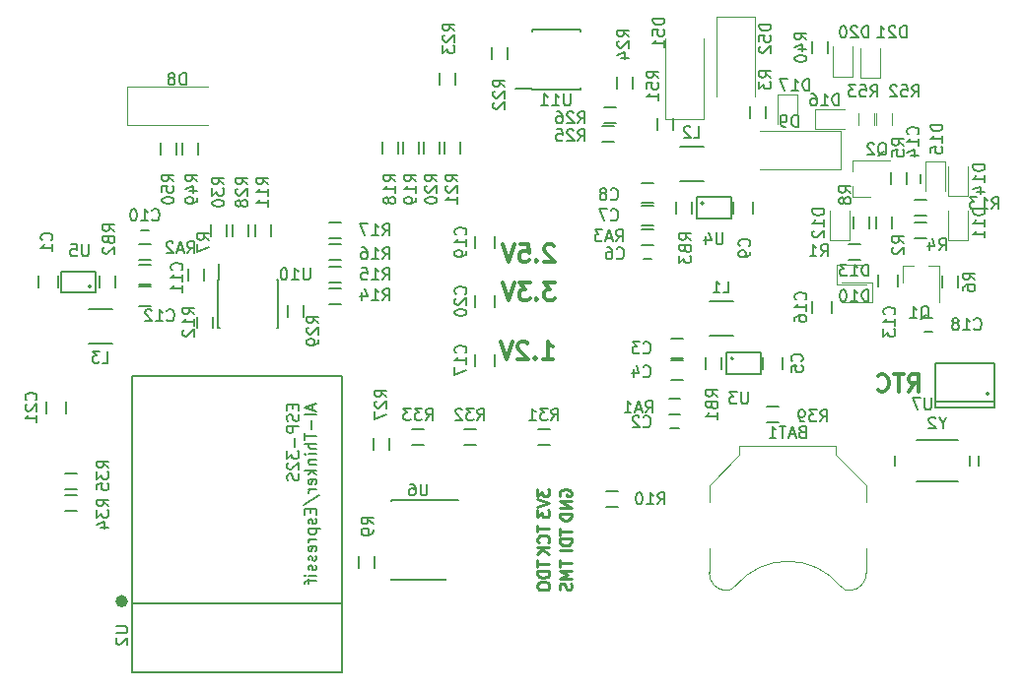
<source format=gbo>
G04 #@! TF.FileFunction,Legend,Bot*
%FSLAX46Y46*%
G04 Gerber Fmt 4.6, Leading zero omitted, Abs format (unit mm)*
G04 Created by KiCad (PCBNEW 4.0.7+dfsg1-1) date Wed Oct  4 18:53:59 2017*
%MOMM*%
%LPD*%
G01*
G04 APERTURE LIST*
%ADD10C,0.100000*%
%ADD11C,0.300000*%
%ADD12C,0.250000*%
%ADD13C,0.120000*%
%ADD14C,0.150000*%
%ADD15C,0.500000*%
%ADD16C,0.200000*%
G04 APERTURE END LIST*
D10*
D11*
X144502857Y-81823429D02*
X144431428Y-81752000D01*
X144288571Y-81680571D01*
X143931428Y-81680571D01*
X143788571Y-81752000D01*
X143717142Y-81823429D01*
X143645714Y-81966286D01*
X143645714Y-82109143D01*
X143717142Y-82323429D01*
X144574285Y-83180571D01*
X143645714Y-83180571D01*
X143002857Y-83037714D02*
X142931429Y-83109143D01*
X143002857Y-83180571D01*
X143074286Y-83109143D01*
X143002857Y-83037714D01*
X143002857Y-83180571D01*
X141574285Y-81680571D02*
X142288571Y-81680571D01*
X142360000Y-82394857D01*
X142288571Y-82323429D01*
X142145714Y-82252000D01*
X141788571Y-82252000D01*
X141645714Y-82323429D01*
X141574285Y-82394857D01*
X141502857Y-82537714D01*
X141502857Y-82894857D01*
X141574285Y-83037714D01*
X141645714Y-83109143D01*
X141788571Y-83180571D01*
X142145714Y-83180571D01*
X142288571Y-83109143D01*
X142360000Y-83037714D01*
X141074286Y-81680571D02*
X140574286Y-83180571D01*
X140074286Y-81680571D01*
X144574285Y-84982571D02*
X143645714Y-84982571D01*
X144145714Y-85554000D01*
X143931428Y-85554000D01*
X143788571Y-85625429D01*
X143717142Y-85696857D01*
X143645714Y-85839714D01*
X143645714Y-86196857D01*
X143717142Y-86339714D01*
X143788571Y-86411143D01*
X143931428Y-86482571D01*
X144360000Y-86482571D01*
X144502857Y-86411143D01*
X144574285Y-86339714D01*
X143002857Y-86339714D02*
X142931429Y-86411143D01*
X143002857Y-86482571D01*
X143074286Y-86411143D01*
X143002857Y-86339714D01*
X143002857Y-86482571D01*
X142431428Y-84982571D02*
X141502857Y-84982571D01*
X142002857Y-85554000D01*
X141788571Y-85554000D01*
X141645714Y-85625429D01*
X141574285Y-85696857D01*
X141502857Y-85839714D01*
X141502857Y-86196857D01*
X141574285Y-86339714D01*
X141645714Y-86411143D01*
X141788571Y-86482571D01*
X142217143Y-86482571D01*
X142360000Y-86411143D01*
X142431428Y-86339714D01*
X141074286Y-84982571D02*
X140574286Y-86482571D01*
X140074286Y-84982571D01*
X143518714Y-91562571D02*
X144375857Y-91562571D01*
X143947285Y-91562571D02*
X143947285Y-90062571D01*
X144090142Y-90276857D01*
X144233000Y-90419714D01*
X144375857Y-90491143D01*
X142875857Y-91419714D02*
X142804429Y-91491143D01*
X142875857Y-91562571D01*
X142947286Y-91491143D01*
X142875857Y-91419714D01*
X142875857Y-91562571D01*
X142233000Y-90205429D02*
X142161571Y-90134000D01*
X142018714Y-90062571D01*
X141661571Y-90062571D01*
X141518714Y-90134000D01*
X141447285Y-90205429D01*
X141375857Y-90348286D01*
X141375857Y-90491143D01*
X141447285Y-90705429D01*
X142304428Y-91562571D01*
X141375857Y-91562571D01*
X140947286Y-90062571D02*
X140447286Y-91562571D01*
X139947286Y-90062571D01*
D12*
X143082381Y-105854286D02*
X143082381Y-106425715D01*
X144082381Y-106140000D02*
X143082381Y-106140000D01*
X143987143Y-107330477D02*
X144034762Y-107282858D01*
X144082381Y-107140001D01*
X144082381Y-107044763D01*
X144034762Y-106901905D01*
X143939524Y-106806667D01*
X143844286Y-106759048D01*
X143653810Y-106711429D01*
X143510952Y-106711429D01*
X143320476Y-106759048D01*
X143225238Y-106806667D01*
X143130000Y-106901905D01*
X143082381Y-107044763D01*
X143082381Y-107140001D01*
X143130000Y-107282858D01*
X143177619Y-107330477D01*
X144082381Y-107759048D02*
X143082381Y-107759048D01*
X144082381Y-108330477D02*
X143510952Y-107901905D01*
X143082381Y-108330477D02*
X143653810Y-107759048D01*
X143082381Y-102726905D02*
X143082381Y-103345953D01*
X143463333Y-103012619D01*
X143463333Y-103155477D01*
X143510952Y-103250715D01*
X143558571Y-103298334D01*
X143653810Y-103345953D01*
X143891905Y-103345953D01*
X143987143Y-103298334D01*
X144034762Y-103250715D01*
X144082381Y-103155477D01*
X144082381Y-102869762D01*
X144034762Y-102774524D01*
X143987143Y-102726905D01*
X143082381Y-103631667D02*
X144082381Y-103965000D01*
X143082381Y-104298334D01*
X143082381Y-104536429D02*
X143082381Y-105155477D01*
X143463333Y-104822143D01*
X143463333Y-104965001D01*
X143510952Y-105060239D01*
X143558571Y-105107858D01*
X143653810Y-105155477D01*
X143891905Y-105155477D01*
X143987143Y-105107858D01*
X144034762Y-105060239D01*
X144082381Y-104965001D01*
X144082381Y-104679286D01*
X144034762Y-104584048D01*
X143987143Y-104536429D01*
X143082381Y-108878476D02*
X143082381Y-109449905D01*
X144082381Y-109164190D02*
X143082381Y-109164190D01*
X144082381Y-109783238D02*
X143082381Y-109783238D01*
X143082381Y-110021333D01*
X143130000Y-110164191D01*
X143225238Y-110259429D01*
X143320476Y-110307048D01*
X143510952Y-110354667D01*
X143653810Y-110354667D01*
X143844286Y-110307048D01*
X143939524Y-110259429D01*
X144034762Y-110164191D01*
X144082381Y-110021333D01*
X144082381Y-109783238D01*
X143082381Y-110973714D02*
X143082381Y-111164191D01*
X143130000Y-111259429D01*
X143225238Y-111354667D01*
X143415714Y-111402286D01*
X143749048Y-111402286D01*
X143939524Y-111354667D01*
X144034762Y-111259429D01*
X144082381Y-111164191D01*
X144082381Y-110973714D01*
X144034762Y-110878476D01*
X143939524Y-110783238D01*
X143749048Y-110735619D01*
X143415714Y-110735619D01*
X143225238Y-110783238D01*
X143130000Y-110878476D01*
X143082381Y-110973714D01*
X145035000Y-103330096D02*
X144987381Y-103234858D01*
X144987381Y-103092001D01*
X145035000Y-102949143D01*
X145130238Y-102853905D01*
X145225476Y-102806286D01*
X145415952Y-102758667D01*
X145558810Y-102758667D01*
X145749286Y-102806286D01*
X145844524Y-102853905D01*
X145939762Y-102949143D01*
X145987381Y-103092001D01*
X145987381Y-103187239D01*
X145939762Y-103330096D01*
X145892143Y-103377715D01*
X145558810Y-103377715D01*
X145558810Y-103187239D01*
X145987381Y-103806286D02*
X144987381Y-103806286D01*
X145987381Y-104377715D01*
X144987381Y-104377715D01*
X145987381Y-104853905D02*
X144987381Y-104853905D01*
X144987381Y-105092000D01*
X145035000Y-105234858D01*
X145130238Y-105330096D01*
X145225476Y-105377715D01*
X145415952Y-105425334D01*
X145558810Y-105425334D01*
X145749286Y-105377715D01*
X145844524Y-105330096D01*
X145939762Y-105234858D01*
X145987381Y-105092000D01*
X145987381Y-104853905D01*
X144987381Y-106116191D02*
X144987381Y-106687620D01*
X145987381Y-106401905D02*
X144987381Y-106401905D01*
X145987381Y-107020953D02*
X144987381Y-107020953D01*
X144987381Y-107259048D01*
X145035000Y-107401906D01*
X145130238Y-107497144D01*
X145225476Y-107544763D01*
X145415952Y-107592382D01*
X145558810Y-107592382D01*
X145749286Y-107544763D01*
X145844524Y-107497144D01*
X145939762Y-107401906D01*
X145987381Y-107259048D01*
X145987381Y-107020953D01*
X145987381Y-108020953D02*
X144987381Y-108020953D01*
X144987381Y-108854667D02*
X144987381Y-109426096D01*
X145987381Y-109140381D02*
X144987381Y-109140381D01*
X145987381Y-109759429D02*
X144987381Y-109759429D01*
X145701667Y-110092763D01*
X144987381Y-110426096D01*
X145987381Y-110426096D01*
X145939762Y-110854667D02*
X145987381Y-110997524D01*
X145987381Y-111235620D01*
X145939762Y-111330858D01*
X145892143Y-111378477D01*
X145796905Y-111426096D01*
X145701667Y-111426096D01*
X145606429Y-111378477D01*
X145558810Y-111330858D01*
X145511190Y-111235620D01*
X145463571Y-111045143D01*
X145415952Y-110949905D01*
X145368333Y-110902286D01*
X145273095Y-110854667D01*
X145177857Y-110854667D01*
X145082619Y-110902286D01*
X145035000Y-110949905D01*
X144987381Y-111045143D01*
X144987381Y-111283239D01*
X145035000Y-111426096D01*
D11*
X174967142Y-94356571D02*
X175467142Y-93642286D01*
X175824285Y-94356571D02*
X175824285Y-92856571D01*
X175252857Y-92856571D01*
X175109999Y-92928000D01*
X175038571Y-92999429D01*
X174967142Y-93142286D01*
X174967142Y-93356571D01*
X175038571Y-93499429D01*
X175109999Y-93570857D01*
X175252857Y-93642286D01*
X175824285Y-93642286D01*
X174538571Y-92856571D02*
X173681428Y-92856571D01*
X174109999Y-94356571D02*
X174109999Y-92856571D01*
X172324285Y-94213714D02*
X172395714Y-94285143D01*
X172610000Y-94356571D01*
X172752857Y-94356571D01*
X172967142Y-94285143D01*
X173110000Y-94142286D01*
X173181428Y-93999429D01*
X173252857Y-93713714D01*
X173252857Y-93499429D01*
X173181428Y-93213714D01*
X173110000Y-93070857D01*
X172967142Y-92928000D01*
X172752857Y-92856571D01*
X172610000Y-92856571D01*
X172395714Y-92928000D01*
X172324285Y-92999429D01*
D13*
X157345000Y-70900000D02*
X154045000Y-70900000D01*
X154045000Y-70900000D02*
X154045000Y-64000000D01*
X157345000Y-70900000D02*
X157345000Y-64000000D01*
D14*
X153369000Y-70826000D02*
X153369000Y-71826000D01*
X154719000Y-71826000D02*
X154719000Y-70826000D01*
X157870000Y-89565000D02*
X159870000Y-89565000D01*
X159870000Y-86615000D02*
X157870000Y-86615000D01*
X159886803Y-91500000D02*
G75*
G03X159886803Y-91500000I-111803J0D01*
G01*
X159275000Y-92800000D02*
X162275000Y-92800000D01*
X162275000Y-92800000D02*
X162275000Y-91000000D01*
X162275000Y-91000000D02*
X159275000Y-91000000D01*
X159275000Y-91000000D02*
X159275000Y-92800000D01*
X155330000Y-76230000D02*
X157330000Y-76230000D01*
X157330000Y-73280000D02*
X155330000Y-73280000D01*
X157346803Y-78135000D02*
G75*
G03X157346803Y-78135000I-111803J0D01*
G01*
X156735000Y-79435000D02*
X159735000Y-79435000D01*
X159735000Y-79435000D02*
X159735000Y-77635000D01*
X159735000Y-77635000D02*
X156735000Y-77635000D01*
X156735000Y-77635000D02*
X156735000Y-79435000D01*
X106530000Y-87250000D02*
X104530000Y-87250000D01*
X104530000Y-90200000D02*
X106530000Y-90200000D01*
X104736803Y-85315000D02*
G75*
G03X104736803Y-85315000I-111803J0D01*
G01*
X105125000Y-84015000D02*
X102125000Y-84015000D01*
X102125000Y-84015000D02*
X102125000Y-85815000D01*
X102125000Y-85815000D02*
X105125000Y-85815000D01*
X105125000Y-85815000D02*
X105125000Y-84015000D01*
X100235000Y-85415000D02*
X100235000Y-84415000D01*
X101935000Y-84415000D02*
X101935000Y-85415000D01*
X155560000Y-91480000D02*
X154560000Y-91480000D01*
X154560000Y-89780000D02*
X155560000Y-89780000D01*
X155560000Y-93385000D02*
X154560000Y-93385000D01*
X154560000Y-91685000D02*
X155560000Y-91685000D01*
X164165000Y-91400000D02*
X164165000Y-92400000D01*
X162465000Y-92400000D02*
X162465000Y-91400000D01*
X153020000Y-80050000D02*
X152020000Y-80050000D01*
X152020000Y-78350000D02*
X153020000Y-78350000D01*
X153020000Y-78145000D02*
X152020000Y-78145000D01*
X152020000Y-76445000D02*
X153020000Y-76445000D01*
X161625000Y-78065000D02*
X161625000Y-79065000D01*
X159925000Y-79065000D02*
X159925000Y-78065000D01*
X108840000Y-83430000D02*
X109840000Y-83430000D01*
X109840000Y-85130000D02*
X108840000Y-85130000D01*
X108840000Y-85335000D02*
X109840000Y-85335000D01*
X109840000Y-87035000D02*
X108840000Y-87035000D01*
X181857000Y-94567000D02*
G75*
G03X181857000Y-94567000I-127000J0D01*
G01*
X182365000Y-95202000D02*
X177285000Y-95202000D01*
X182365000Y-91900000D02*
X177285000Y-91900000D01*
X182365000Y-95710000D02*
X177285000Y-95710000D01*
X182365000Y-95710000D02*
X182365000Y-91900000D01*
X177285000Y-95710000D02*
X177285000Y-91900000D01*
X174071000Y-84288000D02*
X174071000Y-85288000D01*
X172371000Y-85288000D02*
X172371000Y-84288000D01*
D13*
X174435000Y-83520000D02*
X175365000Y-83520000D01*
X177595000Y-83520000D02*
X176665000Y-83520000D01*
X177595000Y-83520000D02*
X177595000Y-86680000D01*
X174435000Y-83520000D02*
X174435000Y-84980000D01*
X170175000Y-77605000D02*
X170175000Y-76675000D01*
X170175000Y-74445000D02*
X170175000Y-75375000D01*
X170175000Y-74445000D02*
X173335000Y-74445000D01*
X170175000Y-77605000D02*
X171635000Y-77605000D01*
D14*
X154510000Y-97510000D02*
X155210000Y-97510000D01*
X155210000Y-96310000D02*
X154510000Y-96310000D01*
X152170000Y-82975000D02*
X152870000Y-82975000D01*
X152870000Y-81775000D02*
X152170000Y-81775000D01*
X109690000Y-80505000D02*
X108990000Y-80505000D01*
X108990000Y-81705000D02*
X109690000Y-81705000D01*
X174780000Y-75675000D02*
X174780000Y-76375000D01*
X175980000Y-76375000D02*
X175980000Y-75675000D01*
X170800000Y-81700000D02*
X169800000Y-81700000D01*
X169800000Y-83050000D02*
X170800000Y-83050000D01*
X172165000Y-79335000D02*
X172165000Y-80335000D01*
X173515000Y-80335000D02*
X173515000Y-79335000D01*
X175515000Y-81145000D02*
X176515000Y-81145000D01*
X176515000Y-79795000D02*
X175515000Y-79795000D01*
X174785000Y-76525000D02*
X174785000Y-75525000D01*
X173435000Y-75525000D02*
X173435000Y-76525000D01*
X179230000Y-85415000D02*
X179230000Y-84415000D01*
X177880000Y-84415000D02*
X177880000Y-85415000D01*
X114460000Y-84780000D02*
X114460000Y-83780000D01*
X113110000Y-83780000D02*
X113110000Y-84780000D01*
X170260000Y-79335000D02*
X170260000Y-80335000D01*
X171610000Y-80335000D02*
X171610000Y-79335000D01*
X129065000Y-109545000D02*
X129065000Y-108545000D01*
X127715000Y-108545000D02*
X127715000Y-109545000D01*
X148972000Y-104259000D02*
X149972000Y-104259000D01*
X149972000Y-102909000D02*
X148972000Y-102909000D01*
X175515000Y-79240000D02*
X176515000Y-79240000D01*
X176515000Y-77890000D02*
X175515000Y-77890000D01*
X155360000Y-94965000D02*
X154360000Y-94965000D01*
X154360000Y-96315000D02*
X155360000Y-96315000D01*
X108840000Y-83050000D02*
X109840000Y-83050000D01*
X109840000Y-81700000D02*
X108840000Y-81700000D01*
X153020000Y-80430000D02*
X152020000Y-80430000D01*
X152020000Y-81780000D02*
X153020000Y-81780000D01*
X158910000Y-92400000D02*
X158910000Y-91400000D01*
X157560000Y-91400000D02*
X157560000Y-92400000D01*
X105490000Y-84415000D02*
X105490000Y-85415000D01*
X106840000Y-85415000D02*
X106840000Y-84415000D01*
X156370000Y-79065000D02*
X156370000Y-78065000D01*
X155020000Y-78065000D02*
X155020000Y-79065000D01*
X125182000Y-86860000D02*
X126182000Y-86860000D01*
X126182000Y-85510000D02*
X125182000Y-85510000D01*
X125182000Y-84954000D02*
X126182000Y-84954000D01*
X126182000Y-83604000D02*
X125182000Y-83604000D01*
X125182000Y-83050000D02*
X126182000Y-83050000D01*
X126182000Y-81700000D02*
X125182000Y-81700000D01*
X125182000Y-81145000D02*
X126182000Y-81145000D01*
X126182000Y-79795000D02*
X125182000Y-79795000D01*
X129747000Y-72858000D02*
X129747000Y-73858000D01*
X131097000Y-73858000D02*
X131097000Y-72858000D01*
X131525000Y-72858000D02*
X131525000Y-73858000D01*
X132875000Y-73858000D02*
X132875000Y-72858000D01*
X133303000Y-72858000D02*
X133303000Y-73858000D01*
X134653000Y-73858000D02*
X134653000Y-72858000D01*
X135081000Y-72858000D02*
X135081000Y-73858000D01*
X136431000Y-73858000D02*
X136431000Y-72858000D01*
X115655000Y-84745000D02*
X115705000Y-84745000D01*
X115655000Y-88895000D02*
X115800000Y-88895000D01*
X120805000Y-88895000D02*
X120660000Y-88895000D01*
X120805000Y-84745000D02*
X120660000Y-84745000D01*
X115655000Y-84745000D02*
X115655000Y-88895000D01*
X120805000Y-84745000D02*
X120805000Y-88895000D01*
X115705000Y-84745000D02*
X115705000Y-83345000D01*
X176300000Y-89198000D02*
X177000000Y-89198000D01*
X177000000Y-87998000D02*
X176300000Y-87998000D01*
X142605000Y-68375000D02*
X142605000Y-68325000D01*
X146755000Y-68375000D02*
X146755000Y-68230000D01*
X146755000Y-63225000D02*
X146755000Y-63370000D01*
X142605000Y-63225000D02*
X142605000Y-63370000D01*
X142605000Y-68375000D02*
X146755000Y-68375000D01*
X142605000Y-63225000D02*
X146755000Y-63225000D01*
X142605000Y-68325000D02*
X141205000Y-68325000D01*
D15*
X107638415Y-112384338D02*
G75*
G03X107638415Y-112384338I-283981J0D01*
G01*
D14*
X126260434Y-112530338D02*
X108260434Y-112530338D01*
X108260434Y-118530338D02*
X108260434Y-93030338D01*
X126260434Y-118530338D02*
X126260434Y-93030338D01*
X126260434Y-93030338D02*
X108260434Y-93030338D01*
X126260434Y-118530338D02*
X108260434Y-118530338D01*
X161370000Y-69810000D02*
X161370000Y-70810000D01*
X162720000Y-70810000D02*
X162720000Y-69810000D01*
X139145000Y-64730000D02*
X139145000Y-65730000D01*
X140495000Y-65730000D02*
X140495000Y-64730000D01*
X134700000Y-66932000D02*
X134700000Y-67932000D01*
X136050000Y-67932000D02*
X136050000Y-66932000D01*
X149940000Y-67270000D02*
X149940000Y-68270000D01*
X151290000Y-68270000D02*
X151290000Y-67270000D01*
X148675000Y-72890000D02*
X149675000Y-72890000D01*
X149675000Y-71540000D02*
X148675000Y-71540000D01*
X148780000Y-71275000D02*
X149780000Y-71275000D01*
X149780000Y-69925000D02*
X148780000Y-69925000D01*
X130510000Y-103690000D02*
X130510000Y-103790000D01*
X130510000Y-110515000D02*
X130510000Y-110490000D01*
X135160000Y-110515000D02*
X135160000Y-110490000D01*
X136235000Y-103690000D02*
X130510000Y-103690000D01*
X135160000Y-110515000D02*
X130510000Y-110515000D01*
X120175000Y-80970000D02*
X120175000Y-79970000D01*
X118825000Y-79970000D02*
X118825000Y-80970000D01*
X113805000Y-87900000D02*
X113805000Y-88900000D01*
X115155000Y-88900000D02*
X115155000Y-87900000D01*
X128985000Y-98385000D02*
X128985000Y-99385000D01*
X130335000Y-99385000D02*
X130335000Y-98385000D01*
X118270000Y-80970000D02*
X118270000Y-79970000D01*
X116920000Y-79970000D02*
X116920000Y-80970000D01*
X122955000Y-87900000D02*
X122955000Y-86900000D01*
X121605000Y-86900000D02*
X121605000Y-87900000D01*
X116365000Y-80970000D02*
X116365000Y-79970000D01*
X115015000Y-79970000D02*
X115015000Y-80970000D01*
X143130000Y-98925000D02*
X144130000Y-98925000D01*
X144130000Y-97575000D02*
X143130000Y-97575000D01*
X136780000Y-98925000D02*
X137780000Y-98925000D01*
X137780000Y-97575000D02*
X136780000Y-97575000D01*
X132335000Y-98925000D02*
X133335000Y-98925000D01*
X133335000Y-97575000D02*
X132335000Y-97575000D01*
X103490000Y-103290000D02*
X102490000Y-103290000D01*
X102490000Y-104640000D02*
X103490000Y-104640000D01*
X103490000Y-101385000D02*
X102490000Y-101385000D01*
X102490000Y-102735000D02*
X103490000Y-102735000D01*
X168356000Y-86574000D02*
X168356000Y-87574000D01*
X166656000Y-87574000D02*
X166656000Y-86574000D01*
X162815000Y-97020000D02*
X163815000Y-97020000D01*
X163815000Y-95670000D02*
X162815000Y-95670000D01*
X166704000Y-64222000D02*
X166704000Y-65222000D01*
X168054000Y-65222000D02*
X168054000Y-64222000D01*
X137700000Y-92146000D02*
X137700000Y-91146000D01*
X139400000Y-91146000D02*
X139400000Y-92146000D01*
X139400000Y-80986000D02*
X139400000Y-81986000D01*
X137700000Y-81986000D02*
X137700000Y-80986000D01*
X137700000Y-87066000D02*
X137700000Y-86066000D01*
X139400000Y-86066000D02*
X139400000Y-87066000D01*
X100870000Y-96210000D02*
X100870000Y-95210000D01*
X102570000Y-95210000D02*
X102570000Y-96210000D01*
X112602000Y-72985000D02*
X112602000Y-73985000D01*
X113952000Y-73985000D02*
X113952000Y-72985000D01*
X110697000Y-72985000D02*
X110697000Y-73985000D01*
X112047000Y-73985000D02*
X112047000Y-72985000D01*
D13*
X172160000Y-70445000D02*
X172160000Y-71445000D01*
X173520000Y-71445000D02*
X173520000Y-70445000D01*
X170636000Y-70445000D02*
X170636000Y-71445000D01*
X171996000Y-71445000D02*
X171996000Y-70445000D01*
X159170385Y-111454160D02*
G75*
G03X160085000Y-111070000I124615J984160D01*
G01*
X169999615Y-111454160D02*
G75*
G02X169085000Y-111070000I-124615J984160D01*
G01*
X160094339Y-111058671D02*
G75*
G02X169085000Y-111070000I4490661J-3711329D01*
G01*
X157835000Y-109920000D02*
G75*
G03X159285000Y-111470000I1500000J-50000D01*
G01*
X171335000Y-109920000D02*
G75*
G02X169885000Y-111470000I-1500000J-50000D01*
G01*
X157835000Y-107870000D02*
X157835000Y-109970000D01*
X171335000Y-107870000D02*
X171335000Y-109970000D01*
X171335000Y-103870000D02*
X171335000Y-102420000D01*
X171335000Y-102420000D02*
X168735000Y-99820000D01*
X168735000Y-99820000D02*
X168735000Y-99020000D01*
X168735000Y-99020000D02*
X160435000Y-99020000D01*
X160435000Y-99020000D02*
X160435000Y-99820000D01*
X160435000Y-99820000D02*
X157835000Y-102420000D01*
X157835000Y-102420000D02*
X157835000Y-103870000D01*
D14*
X173812000Y-99882000D02*
X173812000Y-100682000D01*
X179212000Y-98482000D02*
X175612000Y-98482000D01*
X179212000Y-102082000D02*
X175612000Y-102082000D01*
X180212000Y-99882000D02*
X180212000Y-100682000D01*
X181012000Y-99882000D02*
X181012000Y-100682000D01*
D13*
X176435000Y-74525000D02*
X178135000Y-74525000D01*
X178135000Y-74525000D02*
X178135000Y-77075000D01*
X176435000Y-74525000D02*
X176435000Y-77075000D01*
X168800000Y-85130000D02*
X168800000Y-83430000D01*
X168800000Y-83430000D02*
X171350000Y-83430000D01*
X168800000Y-85130000D02*
X171350000Y-85130000D01*
X180040000Y-81335000D02*
X178340000Y-81335000D01*
X178340000Y-81335000D02*
X178340000Y-78785000D01*
X180040000Y-81335000D02*
X180040000Y-78785000D01*
X169880000Y-81335000D02*
X168180000Y-81335000D01*
X168180000Y-81335000D02*
X168180000Y-78785000D01*
X169880000Y-81335000D02*
X169880000Y-78785000D01*
X171800000Y-84954000D02*
X171800000Y-86654000D01*
X171800000Y-86654000D02*
X169250000Y-86654000D01*
X171800000Y-84954000D02*
X169250000Y-84954000D01*
X180040000Y-77525000D02*
X178340000Y-77525000D01*
X178340000Y-77525000D02*
X178340000Y-74975000D01*
X180040000Y-77525000D02*
X180040000Y-74975000D01*
X166895000Y-71795000D02*
X166895000Y-70095000D01*
X166895000Y-70095000D02*
X169445000Y-70095000D01*
X166895000Y-71795000D02*
X169445000Y-71795000D01*
X163735000Y-68810000D02*
X165435000Y-68810000D01*
X165435000Y-68810000D02*
X165435000Y-71360000D01*
X163735000Y-68810000D02*
X163735000Y-71360000D01*
X170134000Y-67238000D02*
X168434000Y-67238000D01*
X168434000Y-67238000D02*
X168434000Y-64688000D01*
X170134000Y-67238000D02*
X170134000Y-64688000D01*
X172547000Y-67331000D02*
X170847000Y-67331000D01*
X170847000Y-67331000D02*
X170847000Y-64781000D01*
X172547000Y-67331000D02*
X172547000Y-64781000D01*
X107861000Y-71452000D02*
X107861000Y-68152000D01*
X107861000Y-68152000D02*
X114761000Y-68152000D01*
X107861000Y-71452000D02*
X114761000Y-71452000D01*
X169112000Y-71962000D02*
X169112000Y-75262000D01*
X169112000Y-75262000D02*
X162212000Y-75262000D01*
X169112000Y-71962000D02*
X162212000Y-71962000D01*
X158490000Y-62100000D02*
X161790000Y-62100000D01*
X161790000Y-62100000D02*
X161790000Y-69000000D01*
X158490000Y-62100000D02*
X158490000Y-69000000D01*
D14*
X153988381Y-62237714D02*
X152988381Y-62237714D01*
X152988381Y-62475809D01*
X153036000Y-62618667D01*
X153131238Y-62713905D01*
X153226476Y-62761524D01*
X153416952Y-62809143D01*
X153559810Y-62809143D01*
X153750286Y-62761524D01*
X153845524Y-62713905D01*
X153940762Y-62618667D01*
X153988381Y-62475809D01*
X153988381Y-62237714D01*
X152988381Y-63713905D02*
X152988381Y-63237714D01*
X153464571Y-63190095D01*
X153416952Y-63237714D01*
X153369333Y-63332952D01*
X153369333Y-63571048D01*
X153416952Y-63666286D01*
X153464571Y-63713905D01*
X153559810Y-63761524D01*
X153797905Y-63761524D01*
X153893143Y-63713905D01*
X153940762Y-63666286D01*
X153988381Y-63571048D01*
X153988381Y-63332952D01*
X153940762Y-63237714D01*
X153893143Y-63190095D01*
X153988381Y-64713905D02*
X153988381Y-64142476D01*
X153988381Y-64428190D02*
X152988381Y-64428190D01*
X153131238Y-64332952D01*
X153226476Y-64237714D01*
X153274095Y-64142476D01*
X153480381Y-67381143D02*
X153004190Y-67047809D01*
X153480381Y-66809714D02*
X152480381Y-66809714D01*
X152480381Y-67190667D01*
X152528000Y-67285905D01*
X152575619Y-67333524D01*
X152670857Y-67381143D01*
X152813714Y-67381143D01*
X152908952Y-67333524D01*
X152956571Y-67285905D01*
X153004190Y-67190667D01*
X153004190Y-66809714D01*
X152480381Y-68285905D02*
X152480381Y-67809714D01*
X152956571Y-67762095D01*
X152908952Y-67809714D01*
X152861333Y-67904952D01*
X152861333Y-68143048D01*
X152908952Y-68238286D01*
X152956571Y-68285905D01*
X153051810Y-68333524D01*
X153289905Y-68333524D01*
X153385143Y-68285905D01*
X153432762Y-68238286D01*
X153480381Y-68143048D01*
X153480381Y-67904952D01*
X153432762Y-67809714D01*
X153385143Y-67762095D01*
X153480381Y-69285905D02*
X153480381Y-68714476D01*
X153480381Y-69000190D02*
X152480381Y-69000190D01*
X152623238Y-68904952D01*
X152718476Y-68809714D01*
X152766095Y-68714476D01*
X159036666Y-85842381D02*
X159512857Y-85842381D01*
X159512857Y-84842381D01*
X158179523Y-85842381D02*
X158750952Y-85842381D01*
X158465238Y-85842381D02*
X158465238Y-84842381D01*
X158560476Y-84985238D01*
X158655714Y-85080476D01*
X158750952Y-85128095D01*
D16*
X161155905Y-94400381D02*
X161155905Y-95209905D01*
X161108286Y-95305143D01*
X161060667Y-95352762D01*
X160965429Y-95400381D01*
X160774952Y-95400381D01*
X160679714Y-95352762D01*
X160632095Y-95305143D01*
X160584476Y-95209905D01*
X160584476Y-94400381D01*
X160203524Y-94400381D02*
X159584476Y-94400381D01*
X159917810Y-94781333D01*
X159774952Y-94781333D01*
X159679714Y-94828952D01*
X159632095Y-94876571D01*
X159584476Y-94971810D01*
X159584476Y-95209905D01*
X159632095Y-95305143D01*
X159679714Y-95352762D01*
X159774952Y-95400381D01*
X160060667Y-95400381D01*
X160155905Y-95352762D01*
X160203524Y-95305143D01*
D14*
X156496666Y-72507381D02*
X156972857Y-72507381D01*
X156972857Y-71507381D01*
X156210952Y-71602619D02*
X156163333Y-71555000D01*
X156068095Y-71507381D01*
X155829999Y-71507381D01*
X155734761Y-71555000D01*
X155687142Y-71602619D01*
X155639523Y-71697857D01*
X155639523Y-71793095D01*
X155687142Y-71935952D01*
X156258571Y-72507381D01*
X155639523Y-72507381D01*
D16*
X158996905Y-80684381D02*
X158996905Y-81493905D01*
X158949286Y-81589143D01*
X158901667Y-81636762D01*
X158806429Y-81684381D01*
X158615952Y-81684381D01*
X158520714Y-81636762D01*
X158473095Y-81589143D01*
X158425476Y-81493905D01*
X158425476Y-80684381D01*
X157520714Y-81017714D02*
X157520714Y-81684381D01*
X157758810Y-80636762D02*
X157996905Y-81351048D01*
X157377857Y-81351048D01*
D14*
X105696666Y-91877381D02*
X106172857Y-91877381D01*
X106172857Y-90877381D01*
X105458571Y-90877381D02*
X104839523Y-90877381D01*
X105172857Y-91258333D01*
X105029999Y-91258333D01*
X104934761Y-91305952D01*
X104887142Y-91353571D01*
X104839523Y-91448810D01*
X104839523Y-91686905D01*
X104887142Y-91782143D01*
X104934761Y-91829762D01*
X105029999Y-91877381D01*
X105315714Y-91877381D01*
X105410952Y-91829762D01*
X105458571Y-91782143D01*
D16*
X104513905Y-81700381D02*
X104513905Y-82509905D01*
X104466286Y-82605143D01*
X104418667Y-82652762D01*
X104323429Y-82700381D01*
X104132952Y-82700381D01*
X104037714Y-82652762D01*
X103990095Y-82605143D01*
X103942476Y-82509905D01*
X103942476Y-81700381D01*
X102990095Y-81700381D02*
X103466286Y-81700381D01*
X103513905Y-82176571D01*
X103466286Y-82128952D01*
X103371048Y-82081333D01*
X103132952Y-82081333D01*
X103037714Y-82128952D01*
X102990095Y-82176571D01*
X102942476Y-82271810D01*
X102942476Y-82509905D01*
X102990095Y-82605143D01*
X103037714Y-82652762D01*
X103132952Y-82700381D01*
X103371048Y-82700381D01*
X103466286Y-82652762D01*
X103513905Y-82605143D01*
D14*
X101315143Y-81319334D02*
X101362762Y-81271715D01*
X101410381Y-81128858D01*
X101410381Y-81033620D01*
X101362762Y-80890762D01*
X101267524Y-80795524D01*
X101172286Y-80747905D01*
X100981810Y-80700286D01*
X100838952Y-80700286D01*
X100648476Y-80747905D01*
X100553238Y-80795524D01*
X100458000Y-80890762D01*
X100410381Y-81033620D01*
X100410381Y-81128858D01*
X100458000Y-81271715D01*
X100505619Y-81319334D01*
X101410381Y-82271715D02*
X101410381Y-81700286D01*
X101410381Y-81986000D02*
X100410381Y-81986000D01*
X100553238Y-81890762D01*
X100648476Y-81795524D01*
X100696095Y-81700286D01*
X152178666Y-90987143D02*
X152226285Y-91034762D01*
X152369142Y-91082381D01*
X152464380Y-91082381D01*
X152607238Y-91034762D01*
X152702476Y-90939524D01*
X152750095Y-90844286D01*
X152797714Y-90653810D01*
X152797714Y-90510952D01*
X152750095Y-90320476D01*
X152702476Y-90225238D01*
X152607238Y-90130000D01*
X152464380Y-90082381D01*
X152369142Y-90082381D01*
X152226285Y-90130000D01*
X152178666Y-90177619D01*
X151845333Y-90082381D02*
X151226285Y-90082381D01*
X151559619Y-90463333D01*
X151416761Y-90463333D01*
X151321523Y-90510952D01*
X151273904Y-90558571D01*
X151226285Y-90653810D01*
X151226285Y-90891905D01*
X151273904Y-90987143D01*
X151321523Y-91034762D01*
X151416761Y-91082381D01*
X151702476Y-91082381D01*
X151797714Y-91034762D01*
X151845333Y-90987143D01*
X152178666Y-93019143D02*
X152226285Y-93066762D01*
X152369142Y-93114381D01*
X152464380Y-93114381D01*
X152607238Y-93066762D01*
X152702476Y-92971524D01*
X152750095Y-92876286D01*
X152797714Y-92685810D01*
X152797714Y-92542952D01*
X152750095Y-92352476D01*
X152702476Y-92257238D01*
X152607238Y-92162000D01*
X152464380Y-92114381D01*
X152369142Y-92114381D01*
X152226285Y-92162000D01*
X152178666Y-92209619D01*
X151321523Y-92447714D02*
X151321523Y-93114381D01*
X151559619Y-92066762D02*
X151797714Y-92781048D01*
X151178666Y-92781048D01*
X165772143Y-91733334D02*
X165819762Y-91685715D01*
X165867381Y-91542858D01*
X165867381Y-91447620D01*
X165819762Y-91304762D01*
X165724524Y-91209524D01*
X165629286Y-91161905D01*
X165438810Y-91114286D01*
X165295952Y-91114286D01*
X165105476Y-91161905D01*
X165010238Y-91209524D01*
X164915000Y-91304762D01*
X164867381Y-91447620D01*
X164867381Y-91542858D01*
X164915000Y-91685715D01*
X164962619Y-91733334D01*
X164867381Y-92638096D02*
X164867381Y-92161905D01*
X165343571Y-92114286D01*
X165295952Y-92161905D01*
X165248333Y-92257143D01*
X165248333Y-92495239D01*
X165295952Y-92590477D01*
X165343571Y-92638096D01*
X165438810Y-92685715D01*
X165676905Y-92685715D01*
X165772143Y-92638096D01*
X165819762Y-92590477D01*
X165867381Y-92495239D01*
X165867381Y-92257143D01*
X165819762Y-92161905D01*
X165772143Y-92114286D01*
X149384666Y-79557143D02*
X149432285Y-79604762D01*
X149575142Y-79652381D01*
X149670380Y-79652381D01*
X149813238Y-79604762D01*
X149908476Y-79509524D01*
X149956095Y-79414286D01*
X150003714Y-79223810D01*
X150003714Y-79080952D01*
X149956095Y-78890476D01*
X149908476Y-78795238D01*
X149813238Y-78700000D01*
X149670380Y-78652381D01*
X149575142Y-78652381D01*
X149432285Y-78700000D01*
X149384666Y-78747619D01*
X149051333Y-78652381D02*
X148384666Y-78652381D01*
X148813238Y-79652381D01*
X149384666Y-77779143D02*
X149432285Y-77826762D01*
X149575142Y-77874381D01*
X149670380Y-77874381D01*
X149813238Y-77826762D01*
X149908476Y-77731524D01*
X149956095Y-77636286D01*
X150003714Y-77445810D01*
X150003714Y-77302952D01*
X149956095Y-77112476D01*
X149908476Y-77017238D01*
X149813238Y-76922000D01*
X149670380Y-76874381D01*
X149575142Y-76874381D01*
X149432285Y-76922000D01*
X149384666Y-76969619D01*
X148813238Y-77302952D02*
X148908476Y-77255333D01*
X148956095Y-77207714D01*
X149003714Y-77112476D01*
X149003714Y-77064857D01*
X148956095Y-76969619D01*
X148908476Y-76922000D01*
X148813238Y-76874381D01*
X148622761Y-76874381D01*
X148527523Y-76922000D01*
X148479904Y-76969619D01*
X148432285Y-77064857D01*
X148432285Y-77112476D01*
X148479904Y-77207714D01*
X148527523Y-77255333D01*
X148622761Y-77302952D01*
X148813238Y-77302952D01*
X148908476Y-77350571D01*
X148956095Y-77398190D01*
X149003714Y-77493429D01*
X149003714Y-77683905D01*
X148956095Y-77779143D01*
X148908476Y-77826762D01*
X148813238Y-77874381D01*
X148622761Y-77874381D01*
X148527523Y-77826762D01*
X148479904Y-77779143D01*
X148432285Y-77683905D01*
X148432285Y-77493429D01*
X148479904Y-77398190D01*
X148527523Y-77350571D01*
X148622761Y-77302952D01*
X161259143Y-81827334D02*
X161306762Y-81779715D01*
X161354381Y-81636858D01*
X161354381Y-81541620D01*
X161306762Y-81398762D01*
X161211524Y-81303524D01*
X161116286Y-81255905D01*
X160925810Y-81208286D01*
X160782952Y-81208286D01*
X160592476Y-81255905D01*
X160497238Y-81303524D01*
X160402000Y-81398762D01*
X160354381Y-81541620D01*
X160354381Y-81636858D01*
X160402000Y-81779715D01*
X160449619Y-81827334D01*
X161354381Y-82303524D02*
X161354381Y-82494000D01*
X161306762Y-82589239D01*
X161259143Y-82636858D01*
X161116286Y-82732096D01*
X160925810Y-82779715D01*
X160544857Y-82779715D01*
X160449619Y-82732096D01*
X160402000Y-82684477D01*
X160354381Y-82589239D01*
X160354381Y-82398762D01*
X160402000Y-82303524D01*
X160449619Y-82255905D01*
X160544857Y-82208286D01*
X160782952Y-82208286D01*
X160878190Y-82255905D01*
X160925810Y-82303524D01*
X160973429Y-82398762D01*
X160973429Y-82589239D01*
X160925810Y-82684477D01*
X160878190Y-82732096D01*
X160782952Y-82779715D01*
X112491143Y-83891143D02*
X112538762Y-83843524D01*
X112586381Y-83700667D01*
X112586381Y-83605429D01*
X112538762Y-83462571D01*
X112443524Y-83367333D01*
X112348286Y-83319714D01*
X112157810Y-83272095D01*
X112014952Y-83272095D01*
X111824476Y-83319714D01*
X111729238Y-83367333D01*
X111634000Y-83462571D01*
X111586381Y-83605429D01*
X111586381Y-83700667D01*
X111634000Y-83843524D01*
X111681619Y-83891143D01*
X112586381Y-84843524D02*
X112586381Y-84272095D01*
X112586381Y-84557809D02*
X111586381Y-84557809D01*
X111729238Y-84462571D01*
X111824476Y-84367333D01*
X111872095Y-84272095D01*
X112586381Y-85795905D02*
X112586381Y-85224476D01*
X112586381Y-85510190D02*
X111586381Y-85510190D01*
X111729238Y-85414952D01*
X111824476Y-85319714D01*
X111872095Y-85224476D01*
X111252857Y-88193143D02*
X111300476Y-88240762D01*
X111443333Y-88288381D01*
X111538571Y-88288381D01*
X111681429Y-88240762D01*
X111776667Y-88145524D01*
X111824286Y-88050286D01*
X111871905Y-87859810D01*
X111871905Y-87716952D01*
X111824286Y-87526476D01*
X111776667Y-87431238D01*
X111681429Y-87336000D01*
X111538571Y-87288381D01*
X111443333Y-87288381D01*
X111300476Y-87336000D01*
X111252857Y-87383619D01*
X110300476Y-88288381D02*
X110871905Y-88288381D01*
X110586191Y-88288381D02*
X110586191Y-87288381D01*
X110681429Y-87431238D01*
X110776667Y-87526476D01*
X110871905Y-87574095D01*
X109919524Y-87383619D02*
X109871905Y-87336000D01*
X109776667Y-87288381D01*
X109538571Y-87288381D01*
X109443333Y-87336000D01*
X109395714Y-87383619D01*
X109348095Y-87478857D01*
X109348095Y-87574095D01*
X109395714Y-87716952D01*
X109967143Y-88288381D01*
X109348095Y-88288381D01*
X176903905Y-94908381D02*
X176903905Y-95717905D01*
X176856286Y-95813143D01*
X176808667Y-95860762D01*
X176713429Y-95908381D01*
X176522952Y-95908381D01*
X176427714Y-95860762D01*
X176380095Y-95813143D01*
X176332476Y-95717905D01*
X176332476Y-94908381D01*
X175951524Y-94908381D02*
X175284857Y-94908381D01*
X175713429Y-95908381D01*
X173705143Y-87701143D02*
X173752762Y-87653524D01*
X173800381Y-87510667D01*
X173800381Y-87415429D01*
X173752762Y-87272571D01*
X173657524Y-87177333D01*
X173562286Y-87129714D01*
X173371810Y-87082095D01*
X173228952Y-87082095D01*
X173038476Y-87129714D01*
X172943238Y-87177333D01*
X172848000Y-87272571D01*
X172800381Y-87415429D01*
X172800381Y-87510667D01*
X172848000Y-87653524D01*
X172895619Y-87701143D01*
X173800381Y-88653524D02*
X173800381Y-88082095D01*
X173800381Y-88367809D02*
X172800381Y-88367809D01*
X172943238Y-88272571D01*
X173038476Y-88177333D01*
X173086095Y-88082095D01*
X172800381Y-88986857D02*
X172800381Y-89605905D01*
X173181333Y-89272571D01*
X173181333Y-89415429D01*
X173228952Y-89510667D01*
X173276571Y-89558286D01*
X173371810Y-89605905D01*
X173609905Y-89605905D01*
X173705143Y-89558286D01*
X173752762Y-89510667D01*
X173800381Y-89415429D01*
X173800381Y-89129714D01*
X173752762Y-89034476D01*
X173705143Y-88986857D01*
X175983238Y-88129619D02*
X176078476Y-88082000D01*
X176173714Y-87986762D01*
X176316571Y-87843905D01*
X176411810Y-87796286D01*
X176507048Y-87796286D01*
X176459429Y-88034381D02*
X176554667Y-87986762D01*
X176649905Y-87891524D01*
X176697524Y-87701048D01*
X176697524Y-87367714D01*
X176649905Y-87177238D01*
X176554667Y-87082000D01*
X176459429Y-87034381D01*
X176268952Y-87034381D01*
X176173714Y-87082000D01*
X176078476Y-87177238D01*
X176030857Y-87367714D01*
X176030857Y-87701048D01*
X176078476Y-87891524D01*
X176173714Y-87986762D01*
X176268952Y-88034381D01*
X176459429Y-88034381D01*
X175078476Y-88034381D02*
X175649905Y-88034381D01*
X175364191Y-88034381D02*
X175364191Y-87034381D01*
X175459429Y-87177238D01*
X175554667Y-87272476D01*
X175649905Y-87320095D01*
X172325238Y-74072619D02*
X172420476Y-74025000D01*
X172515714Y-73929762D01*
X172658571Y-73786905D01*
X172753810Y-73739286D01*
X172849048Y-73739286D01*
X172801429Y-73977381D02*
X172896667Y-73929762D01*
X172991905Y-73834524D01*
X173039524Y-73644048D01*
X173039524Y-73310714D01*
X172991905Y-73120238D01*
X172896667Y-73025000D01*
X172801429Y-72977381D01*
X172610952Y-72977381D01*
X172515714Y-73025000D01*
X172420476Y-73120238D01*
X172372857Y-73310714D01*
X172372857Y-73644048D01*
X172420476Y-73834524D01*
X172515714Y-73929762D01*
X172610952Y-73977381D01*
X172801429Y-73977381D01*
X171991905Y-73072619D02*
X171944286Y-73025000D01*
X171849048Y-72977381D01*
X171610952Y-72977381D01*
X171515714Y-73025000D01*
X171468095Y-73072619D01*
X171420476Y-73167857D01*
X171420476Y-73263095D01*
X171468095Y-73405952D01*
X172039524Y-73977381D01*
X171420476Y-73977381D01*
X152178666Y-97337143D02*
X152226285Y-97384762D01*
X152369142Y-97432381D01*
X152464380Y-97432381D01*
X152607238Y-97384762D01*
X152702476Y-97289524D01*
X152750095Y-97194286D01*
X152797714Y-97003810D01*
X152797714Y-96860952D01*
X152750095Y-96670476D01*
X152702476Y-96575238D01*
X152607238Y-96480000D01*
X152464380Y-96432381D01*
X152369142Y-96432381D01*
X152226285Y-96480000D01*
X152178666Y-96527619D01*
X151797714Y-96527619D02*
X151750095Y-96480000D01*
X151654857Y-96432381D01*
X151416761Y-96432381D01*
X151321523Y-96480000D01*
X151273904Y-96527619D01*
X151226285Y-96622857D01*
X151226285Y-96718095D01*
X151273904Y-96860952D01*
X151845333Y-97432381D01*
X151226285Y-97432381D01*
X149892666Y-82859143D02*
X149940285Y-82906762D01*
X150083142Y-82954381D01*
X150178380Y-82954381D01*
X150321238Y-82906762D01*
X150416476Y-82811524D01*
X150464095Y-82716286D01*
X150511714Y-82525810D01*
X150511714Y-82382952D01*
X150464095Y-82192476D01*
X150416476Y-82097238D01*
X150321238Y-82002000D01*
X150178380Y-81954381D01*
X150083142Y-81954381D01*
X149940285Y-82002000D01*
X149892666Y-82049619D01*
X149035523Y-81954381D02*
X149226000Y-81954381D01*
X149321238Y-82002000D01*
X149368857Y-82049619D01*
X149464095Y-82192476D01*
X149511714Y-82382952D01*
X149511714Y-82763905D01*
X149464095Y-82859143D01*
X149416476Y-82906762D01*
X149321238Y-82954381D01*
X149130761Y-82954381D01*
X149035523Y-82906762D01*
X148987904Y-82859143D01*
X148940285Y-82763905D01*
X148940285Y-82525810D01*
X148987904Y-82430571D01*
X149035523Y-82382952D01*
X149130761Y-82335333D01*
X149321238Y-82335333D01*
X149416476Y-82382952D01*
X149464095Y-82430571D01*
X149511714Y-82525810D01*
X109982857Y-79562143D02*
X110030476Y-79609762D01*
X110173333Y-79657381D01*
X110268571Y-79657381D01*
X110411429Y-79609762D01*
X110506667Y-79514524D01*
X110554286Y-79419286D01*
X110601905Y-79228810D01*
X110601905Y-79085952D01*
X110554286Y-78895476D01*
X110506667Y-78800238D01*
X110411429Y-78705000D01*
X110268571Y-78657381D01*
X110173333Y-78657381D01*
X110030476Y-78705000D01*
X109982857Y-78752619D01*
X109030476Y-79657381D02*
X109601905Y-79657381D01*
X109316191Y-79657381D02*
X109316191Y-78657381D01*
X109411429Y-78800238D01*
X109506667Y-78895476D01*
X109601905Y-78943095D01*
X108411429Y-78657381D02*
X108316190Y-78657381D01*
X108220952Y-78705000D01*
X108173333Y-78752619D01*
X108125714Y-78847857D01*
X108078095Y-79038333D01*
X108078095Y-79276429D01*
X108125714Y-79466905D01*
X108173333Y-79562143D01*
X108220952Y-79609762D01*
X108316190Y-79657381D01*
X108411429Y-79657381D01*
X108506667Y-79609762D01*
X108554286Y-79562143D01*
X108601905Y-79466905D01*
X108649524Y-79276429D01*
X108649524Y-79038333D01*
X108601905Y-78847857D01*
X108554286Y-78752619D01*
X108506667Y-78705000D01*
X108411429Y-78657381D01*
X175737143Y-72207143D02*
X175784762Y-72159524D01*
X175832381Y-72016667D01*
X175832381Y-71921429D01*
X175784762Y-71778571D01*
X175689524Y-71683333D01*
X175594286Y-71635714D01*
X175403810Y-71588095D01*
X175260952Y-71588095D01*
X175070476Y-71635714D01*
X174975238Y-71683333D01*
X174880000Y-71778571D01*
X174832381Y-71921429D01*
X174832381Y-72016667D01*
X174880000Y-72159524D01*
X174927619Y-72207143D01*
X175832381Y-73159524D02*
X175832381Y-72588095D01*
X175832381Y-72873809D02*
X174832381Y-72873809D01*
X174975238Y-72778571D01*
X175070476Y-72683333D01*
X175118095Y-72588095D01*
X175165714Y-74016667D02*
X175832381Y-74016667D01*
X174784762Y-73778571D02*
X175499048Y-73540476D01*
X175499048Y-74159524D01*
X167418666Y-82700381D02*
X167752000Y-82224190D01*
X167990095Y-82700381D02*
X167990095Y-81700381D01*
X167609142Y-81700381D01*
X167513904Y-81748000D01*
X167466285Y-81795619D01*
X167418666Y-81890857D01*
X167418666Y-82033714D01*
X167466285Y-82128952D01*
X167513904Y-82176571D01*
X167609142Y-82224190D01*
X167990095Y-82224190D01*
X166466285Y-82700381D02*
X167037714Y-82700381D01*
X166752000Y-82700381D02*
X166752000Y-81700381D01*
X166847238Y-81843238D01*
X166942476Y-81938476D01*
X167037714Y-81986095D01*
X174562381Y-81573334D02*
X174086190Y-81240000D01*
X174562381Y-81001905D02*
X173562381Y-81001905D01*
X173562381Y-81382858D01*
X173610000Y-81478096D01*
X173657619Y-81525715D01*
X173752857Y-81573334D01*
X173895714Y-81573334D01*
X173990952Y-81525715D01*
X174038571Y-81478096D01*
X174086190Y-81382858D01*
X174086190Y-81001905D01*
X173657619Y-81954286D02*
X173610000Y-82001905D01*
X173562381Y-82097143D01*
X173562381Y-82335239D01*
X173610000Y-82430477D01*
X173657619Y-82478096D01*
X173752857Y-82525715D01*
X173848095Y-82525715D01*
X173990952Y-82478096D01*
X174562381Y-81906667D01*
X174562381Y-82525715D01*
X177578666Y-82192381D02*
X177912000Y-81716190D01*
X178150095Y-82192381D02*
X178150095Y-81192381D01*
X177769142Y-81192381D01*
X177673904Y-81240000D01*
X177626285Y-81287619D01*
X177578666Y-81382857D01*
X177578666Y-81525714D01*
X177626285Y-81620952D01*
X177673904Y-81668571D01*
X177769142Y-81716190D01*
X178150095Y-81716190D01*
X176721523Y-81525714D02*
X176721523Y-82192381D01*
X176959619Y-81144762D02*
X177197714Y-81859048D01*
X176578666Y-81859048D01*
X174562381Y-73191334D02*
X174086190Y-72858000D01*
X174562381Y-72619905D02*
X173562381Y-72619905D01*
X173562381Y-73000858D01*
X173610000Y-73096096D01*
X173657619Y-73143715D01*
X173752857Y-73191334D01*
X173895714Y-73191334D01*
X173990952Y-73143715D01*
X174038571Y-73096096D01*
X174086190Y-73000858D01*
X174086190Y-72619905D01*
X173562381Y-74096096D02*
X173562381Y-73619905D01*
X174038571Y-73572286D01*
X173990952Y-73619905D01*
X173943333Y-73715143D01*
X173943333Y-73953239D01*
X173990952Y-74048477D01*
X174038571Y-74096096D01*
X174133810Y-74143715D01*
X174371905Y-74143715D01*
X174467143Y-74096096D01*
X174514762Y-74048477D01*
X174562381Y-73953239D01*
X174562381Y-73715143D01*
X174514762Y-73619905D01*
X174467143Y-73572286D01*
X180658381Y-84748334D02*
X180182190Y-84415000D01*
X180658381Y-84176905D02*
X179658381Y-84176905D01*
X179658381Y-84557858D01*
X179706000Y-84653096D01*
X179753619Y-84700715D01*
X179848857Y-84748334D01*
X179991714Y-84748334D01*
X180086952Y-84700715D01*
X180134571Y-84653096D01*
X180182190Y-84557858D01*
X180182190Y-84176905D01*
X179658381Y-85605477D02*
X179658381Y-85415000D01*
X179706000Y-85319762D01*
X179753619Y-85272143D01*
X179896476Y-85176905D01*
X180086952Y-85129286D01*
X180467905Y-85129286D01*
X180563143Y-85176905D01*
X180610762Y-85224524D01*
X180658381Y-85319762D01*
X180658381Y-85510239D01*
X180610762Y-85605477D01*
X180563143Y-85653096D01*
X180467905Y-85700715D01*
X180229810Y-85700715D01*
X180134571Y-85653096D01*
X180086952Y-85605477D01*
X180039333Y-85510239D01*
X180039333Y-85319762D01*
X180086952Y-85224524D01*
X180134571Y-85176905D01*
X180229810Y-85129286D01*
X114872381Y-81319334D02*
X114396190Y-80986000D01*
X114872381Y-80747905D02*
X113872381Y-80747905D01*
X113872381Y-81128858D01*
X113920000Y-81224096D01*
X113967619Y-81271715D01*
X114062857Y-81319334D01*
X114205714Y-81319334D01*
X114300952Y-81271715D01*
X114348571Y-81224096D01*
X114396190Y-81128858D01*
X114396190Y-80747905D01*
X113872381Y-81652667D02*
X113872381Y-82319334D01*
X114872381Y-81890762D01*
X169990381Y-77255334D02*
X169514190Y-76922000D01*
X169990381Y-76683905D02*
X168990381Y-76683905D01*
X168990381Y-77064858D01*
X169038000Y-77160096D01*
X169085619Y-77207715D01*
X169180857Y-77255334D01*
X169323714Y-77255334D01*
X169418952Y-77207715D01*
X169466571Y-77160096D01*
X169514190Y-77064858D01*
X169514190Y-76683905D01*
X169418952Y-77826762D02*
X169371333Y-77731524D01*
X169323714Y-77683905D01*
X169228476Y-77636286D01*
X169180857Y-77636286D01*
X169085619Y-77683905D01*
X169038000Y-77731524D01*
X168990381Y-77826762D01*
X168990381Y-78017239D01*
X169038000Y-78112477D01*
X169085619Y-78160096D01*
X169180857Y-78207715D01*
X169228476Y-78207715D01*
X169323714Y-78160096D01*
X169371333Y-78112477D01*
X169418952Y-78017239D01*
X169418952Y-77826762D01*
X169466571Y-77731524D01*
X169514190Y-77683905D01*
X169609429Y-77636286D01*
X169799905Y-77636286D01*
X169895143Y-77683905D01*
X169942762Y-77731524D01*
X169990381Y-77826762D01*
X169990381Y-78017239D01*
X169942762Y-78112477D01*
X169895143Y-78160096D01*
X169799905Y-78207715D01*
X169609429Y-78207715D01*
X169514190Y-78160096D01*
X169466571Y-78112477D01*
X169418952Y-78017239D01*
X128968381Y-105748334D02*
X128492190Y-105415000D01*
X128968381Y-105176905D02*
X127968381Y-105176905D01*
X127968381Y-105557858D01*
X128016000Y-105653096D01*
X128063619Y-105700715D01*
X128158857Y-105748334D01*
X128301714Y-105748334D01*
X128396952Y-105700715D01*
X128444571Y-105653096D01*
X128492190Y-105557858D01*
X128492190Y-105176905D01*
X128968381Y-106224524D02*
X128968381Y-106415000D01*
X128920762Y-106510239D01*
X128873143Y-106557858D01*
X128730286Y-106653096D01*
X128539810Y-106700715D01*
X128158857Y-106700715D01*
X128063619Y-106653096D01*
X128016000Y-106605477D01*
X127968381Y-106510239D01*
X127968381Y-106319762D01*
X128016000Y-106224524D01*
X128063619Y-106176905D01*
X128158857Y-106129286D01*
X128396952Y-106129286D01*
X128492190Y-106176905D01*
X128539810Y-106224524D01*
X128587429Y-106319762D01*
X128587429Y-106510239D01*
X128539810Y-106605477D01*
X128492190Y-106653096D01*
X128396952Y-106700715D01*
X153416857Y-104036381D02*
X153750191Y-103560190D01*
X153988286Y-104036381D02*
X153988286Y-103036381D01*
X153607333Y-103036381D01*
X153512095Y-103084000D01*
X153464476Y-103131619D01*
X153416857Y-103226857D01*
X153416857Y-103369714D01*
X153464476Y-103464952D01*
X153512095Y-103512571D01*
X153607333Y-103560190D01*
X153988286Y-103560190D01*
X152464476Y-104036381D02*
X153035905Y-104036381D01*
X152750191Y-104036381D02*
X152750191Y-103036381D01*
X152845429Y-103179238D01*
X152940667Y-103274476D01*
X153035905Y-103322095D01*
X151845429Y-103036381D02*
X151750190Y-103036381D01*
X151654952Y-103084000D01*
X151607333Y-103131619D01*
X151559714Y-103226857D01*
X151512095Y-103417333D01*
X151512095Y-103655429D01*
X151559714Y-103845905D01*
X151607333Y-103941143D01*
X151654952Y-103988762D01*
X151750190Y-104036381D01*
X151845429Y-104036381D01*
X151940667Y-103988762D01*
X151988286Y-103941143D01*
X152035905Y-103845905D01*
X152083524Y-103655429D01*
X152083524Y-103417333D01*
X152035905Y-103226857D01*
X151988286Y-103131619D01*
X151940667Y-103084000D01*
X151845429Y-103036381D01*
X182118857Y-78636381D02*
X182452191Y-78160190D01*
X182690286Y-78636381D02*
X182690286Y-77636381D01*
X182309333Y-77636381D01*
X182214095Y-77684000D01*
X182166476Y-77731619D01*
X182118857Y-77826857D01*
X182118857Y-77969714D01*
X182166476Y-78064952D01*
X182214095Y-78112571D01*
X182309333Y-78160190D01*
X182690286Y-78160190D01*
X181166476Y-78636381D02*
X181737905Y-78636381D01*
X181452191Y-78636381D02*
X181452191Y-77636381D01*
X181547429Y-77779238D01*
X181642667Y-77874476D01*
X181737905Y-77922095D01*
X180833143Y-77636381D02*
X180214095Y-77636381D01*
X180547429Y-78017333D01*
X180404571Y-78017333D01*
X180309333Y-78064952D01*
X180261714Y-78112571D01*
X180214095Y-78207810D01*
X180214095Y-78445905D01*
X180261714Y-78541143D01*
X180309333Y-78588762D01*
X180404571Y-78636381D01*
X180690286Y-78636381D01*
X180785524Y-78588762D01*
X180833143Y-78541143D01*
X152353238Y-96162381D02*
X152686572Y-95686190D01*
X152924667Y-96162381D02*
X152924667Y-95162381D01*
X152543714Y-95162381D01*
X152448476Y-95210000D01*
X152400857Y-95257619D01*
X152353238Y-95352857D01*
X152353238Y-95495714D01*
X152400857Y-95590952D01*
X152448476Y-95638571D01*
X152543714Y-95686190D01*
X152924667Y-95686190D01*
X151972286Y-95876667D02*
X151496095Y-95876667D01*
X152067524Y-96162381D02*
X151734191Y-95162381D01*
X151400857Y-96162381D01*
X150543714Y-96162381D02*
X151115143Y-96162381D01*
X150829429Y-96162381D02*
X150829429Y-95162381D01*
X150924667Y-95305238D01*
X151019905Y-95400476D01*
X151115143Y-95448095D01*
X112983238Y-82446381D02*
X113316572Y-81970190D01*
X113554667Y-82446381D02*
X113554667Y-81446381D01*
X113173714Y-81446381D01*
X113078476Y-81494000D01*
X113030857Y-81541619D01*
X112983238Y-81636857D01*
X112983238Y-81779714D01*
X113030857Y-81874952D01*
X113078476Y-81922571D01*
X113173714Y-81970190D01*
X113554667Y-81970190D01*
X112602286Y-82160667D02*
X112126095Y-82160667D01*
X112697524Y-82446381D02*
X112364191Y-81446381D01*
X112030857Y-82446381D01*
X111745143Y-81541619D02*
X111697524Y-81494000D01*
X111602286Y-81446381D01*
X111364190Y-81446381D01*
X111268952Y-81494000D01*
X111221333Y-81541619D01*
X111173714Y-81636857D01*
X111173714Y-81732095D01*
X111221333Y-81874952D01*
X111792762Y-82446381D01*
X111173714Y-82446381D01*
X149813238Y-81430381D02*
X150146572Y-80954190D01*
X150384667Y-81430381D02*
X150384667Y-80430381D01*
X150003714Y-80430381D01*
X149908476Y-80478000D01*
X149860857Y-80525619D01*
X149813238Y-80620857D01*
X149813238Y-80763714D01*
X149860857Y-80858952D01*
X149908476Y-80906571D01*
X150003714Y-80954190D01*
X150384667Y-80954190D01*
X149432286Y-81144667D02*
X148956095Y-81144667D01*
X149527524Y-81430381D02*
X149194191Y-80430381D01*
X148860857Y-81430381D01*
X148622762Y-80430381D02*
X148003714Y-80430381D01*
X148337048Y-80811333D01*
X148194190Y-80811333D01*
X148098952Y-80858952D01*
X148051333Y-80906571D01*
X148003714Y-81001810D01*
X148003714Y-81239905D01*
X148051333Y-81335143D01*
X148098952Y-81382762D01*
X148194190Y-81430381D01*
X148479905Y-81430381D01*
X148575143Y-81382762D01*
X148622762Y-81335143D01*
X158560381Y-94789334D02*
X158084190Y-94456000D01*
X158560381Y-94217905D02*
X157560381Y-94217905D01*
X157560381Y-94598858D01*
X157608000Y-94694096D01*
X157655619Y-94741715D01*
X157750857Y-94789334D01*
X157893714Y-94789334D01*
X157988952Y-94741715D01*
X158036571Y-94694096D01*
X158084190Y-94598858D01*
X158084190Y-94217905D01*
X158036571Y-95551239D02*
X158084190Y-95694096D01*
X158131810Y-95741715D01*
X158227048Y-95789334D01*
X158369905Y-95789334D01*
X158465143Y-95741715D01*
X158512762Y-95694096D01*
X158560381Y-95598858D01*
X158560381Y-95217905D01*
X157560381Y-95217905D01*
X157560381Y-95551239D01*
X157608000Y-95646477D01*
X157655619Y-95694096D01*
X157750857Y-95741715D01*
X157846095Y-95741715D01*
X157941333Y-95694096D01*
X157988952Y-95646477D01*
X158036571Y-95551239D01*
X158036571Y-95217905D01*
X158560381Y-96741715D02*
X158560381Y-96170286D01*
X158560381Y-96456000D02*
X157560381Y-96456000D01*
X157703238Y-96360762D01*
X157798476Y-96265524D01*
X157846095Y-96170286D01*
X106744381Y-80565334D02*
X106268190Y-80232000D01*
X106744381Y-79993905D02*
X105744381Y-79993905D01*
X105744381Y-80374858D01*
X105792000Y-80470096D01*
X105839619Y-80517715D01*
X105934857Y-80565334D01*
X106077714Y-80565334D01*
X106172952Y-80517715D01*
X106220571Y-80470096D01*
X106268190Y-80374858D01*
X106268190Y-79993905D01*
X106220571Y-81327239D02*
X106268190Y-81470096D01*
X106315810Y-81517715D01*
X106411048Y-81565334D01*
X106553905Y-81565334D01*
X106649143Y-81517715D01*
X106696762Y-81470096D01*
X106744381Y-81374858D01*
X106744381Y-80993905D01*
X105744381Y-80993905D01*
X105744381Y-81327239D01*
X105792000Y-81422477D01*
X105839619Y-81470096D01*
X105934857Y-81517715D01*
X106030095Y-81517715D01*
X106125333Y-81470096D01*
X106172952Y-81422477D01*
X106220571Y-81327239D01*
X106220571Y-80993905D01*
X105839619Y-81946286D02*
X105792000Y-81993905D01*
X105744381Y-82089143D01*
X105744381Y-82327239D01*
X105792000Y-82422477D01*
X105839619Y-82470096D01*
X105934857Y-82517715D01*
X106030095Y-82517715D01*
X106172952Y-82470096D01*
X106744381Y-81898667D01*
X106744381Y-82517715D01*
X156274381Y-81327334D02*
X155798190Y-80994000D01*
X156274381Y-80755905D02*
X155274381Y-80755905D01*
X155274381Y-81136858D01*
X155322000Y-81232096D01*
X155369619Y-81279715D01*
X155464857Y-81327334D01*
X155607714Y-81327334D01*
X155702952Y-81279715D01*
X155750571Y-81232096D01*
X155798190Y-81136858D01*
X155798190Y-80755905D01*
X155750571Y-82089239D02*
X155798190Y-82232096D01*
X155845810Y-82279715D01*
X155941048Y-82327334D01*
X156083905Y-82327334D01*
X156179143Y-82279715D01*
X156226762Y-82232096D01*
X156274381Y-82136858D01*
X156274381Y-81755905D01*
X155274381Y-81755905D01*
X155274381Y-82089239D01*
X155322000Y-82184477D01*
X155369619Y-82232096D01*
X155464857Y-82279715D01*
X155560095Y-82279715D01*
X155655333Y-82232096D01*
X155702952Y-82184477D01*
X155750571Y-82089239D01*
X155750571Y-81755905D01*
X155274381Y-82660667D02*
X155274381Y-83279715D01*
X155655333Y-82946381D01*
X155655333Y-83089239D01*
X155702952Y-83184477D01*
X155750571Y-83232096D01*
X155845810Y-83279715D01*
X156083905Y-83279715D01*
X156179143Y-83232096D01*
X156226762Y-83184477D01*
X156274381Y-83089239D01*
X156274381Y-82803524D01*
X156226762Y-82708286D01*
X156179143Y-82660667D01*
X129794857Y-86510381D02*
X130128191Y-86034190D01*
X130366286Y-86510381D02*
X130366286Y-85510381D01*
X129985333Y-85510381D01*
X129890095Y-85558000D01*
X129842476Y-85605619D01*
X129794857Y-85700857D01*
X129794857Y-85843714D01*
X129842476Y-85938952D01*
X129890095Y-85986571D01*
X129985333Y-86034190D01*
X130366286Y-86034190D01*
X128842476Y-86510381D02*
X129413905Y-86510381D01*
X129128191Y-86510381D02*
X129128191Y-85510381D01*
X129223429Y-85653238D01*
X129318667Y-85748476D01*
X129413905Y-85796095D01*
X127985333Y-85843714D02*
X127985333Y-86510381D01*
X128223429Y-85462762D02*
X128461524Y-86177048D01*
X127842476Y-86177048D01*
X129794857Y-84732381D02*
X130128191Y-84256190D01*
X130366286Y-84732381D02*
X130366286Y-83732381D01*
X129985333Y-83732381D01*
X129890095Y-83780000D01*
X129842476Y-83827619D01*
X129794857Y-83922857D01*
X129794857Y-84065714D01*
X129842476Y-84160952D01*
X129890095Y-84208571D01*
X129985333Y-84256190D01*
X130366286Y-84256190D01*
X128842476Y-84732381D02*
X129413905Y-84732381D01*
X129128191Y-84732381D02*
X129128191Y-83732381D01*
X129223429Y-83875238D01*
X129318667Y-83970476D01*
X129413905Y-84018095D01*
X127937714Y-83732381D02*
X128413905Y-83732381D01*
X128461524Y-84208571D01*
X128413905Y-84160952D01*
X128318667Y-84113333D01*
X128080571Y-84113333D01*
X127985333Y-84160952D01*
X127937714Y-84208571D01*
X127890095Y-84303810D01*
X127890095Y-84541905D01*
X127937714Y-84637143D01*
X127985333Y-84684762D01*
X128080571Y-84732381D01*
X128318667Y-84732381D01*
X128413905Y-84684762D01*
X128461524Y-84637143D01*
X129794857Y-82954381D02*
X130128191Y-82478190D01*
X130366286Y-82954381D02*
X130366286Y-81954381D01*
X129985333Y-81954381D01*
X129890095Y-82002000D01*
X129842476Y-82049619D01*
X129794857Y-82144857D01*
X129794857Y-82287714D01*
X129842476Y-82382952D01*
X129890095Y-82430571D01*
X129985333Y-82478190D01*
X130366286Y-82478190D01*
X128842476Y-82954381D02*
X129413905Y-82954381D01*
X129128191Y-82954381D02*
X129128191Y-81954381D01*
X129223429Y-82097238D01*
X129318667Y-82192476D01*
X129413905Y-82240095D01*
X127985333Y-81954381D02*
X128175810Y-81954381D01*
X128271048Y-82002000D01*
X128318667Y-82049619D01*
X128413905Y-82192476D01*
X128461524Y-82382952D01*
X128461524Y-82763905D01*
X128413905Y-82859143D01*
X128366286Y-82906762D01*
X128271048Y-82954381D01*
X128080571Y-82954381D01*
X127985333Y-82906762D01*
X127937714Y-82859143D01*
X127890095Y-82763905D01*
X127890095Y-82525810D01*
X127937714Y-82430571D01*
X127985333Y-82382952D01*
X128080571Y-82335333D01*
X128271048Y-82335333D01*
X128366286Y-82382952D01*
X128413905Y-82430571D01*
X128461524Y-82525810D01*
X129794857Y-80922381D02*
X130128191Y-80446190D01*
X130366286Y-80922381D02*
X130366286Y-79922381D01*
X129985333Y-79922381D01*
X129890095Y-79970000D01*
X129842476Y-80017619D01*
X129794857Y-80112857D01*
X129794857Y-80255714D01*
X129842476Y-80350952D01*
X129890095Y-80398571D01*
X129985333Y-80446190D01*
X130366286Y-80446190D01*
X128842476Y-80922381D02*
X129413905Y-80922381D01*
X129128191Y-80922381D02*
X129128191Y-79922381D01*
X129223429Y-80065238D01*
X129318667Y-80160476D01*
X129413905Y-80208095D01*
X128509143Y-79922381D02*
X127842476Y-79922381D01*
X128271048Y-80922381D01*
X130874381Y-76271143D02*
X130398190Y-75937809D01*
X130874381Y-75699714D02*
X129874381Y-75699714D01*
X129874381Y-76080667D01*
X129922000Y-76175905D01*
X129969619Y-76223524D01*
X130064857Y-76271143D01*
X130207714Y-76271143D01*
X130302952Y-76223524D01*
X130350571Y-76175905D01*
X130398190Y-76080667D01*
X130398190Y-75699714D01*
X130874381Y-77223524D02*
X130874381Y-76652095D01*
X130874381Y-76937809D02*
X129874381Y-76937809D01*
X130017238Y-76842571D01*
X130112476Y-76747333D01*
X130160095Y-76652095D01*
X130302952Y-77794952D02*
X130255333Y-77699714D01*
X130207714Y-77652095D01*
X130112476Y-77604476D01*
X130064857Y-77604476D01*
X129969619Y-77652095D01*
X129922000Y-77699714D01*
X129874381Y-77794952D01*
X129874381Y-77985429D01*
X129922000Y-78080667D01*
X129969619Y-78128286D01*
X130064857Y-78175905D01*
X130112476Y-78175905D01*
X130207714Y-78128286D01*
X130255333Y-78080667D01*
X130302952Y-77985429D01*
X130302952Y-77794952D01*
X130350571Y-77699714D01*
X130398190Y-77652095D01*
X130493429Y-77604476D01*
X130683905Y-77604476D01*
X130779143Y-77652095D01*
X130826762Y-77699714D01*
X130874381Y-77794952D01*
X130874381Y-77985429D01*
X130826762Y-78080667D01*
X130779143Y-78128286D01*
X130683905Y-78175905D01*
X130493429Y-78175905D01*
X130398190Y-78128286D01*
X130350571Y-78080667D01*
X130302952Y-77985429D01*
X132652381Y-76271143D02*
X132176190Y-75937809D01*
X132652381Y-75699714D02*
X131652381Y-75699714D01*
X131652381Y-76080667D01*
X131700000Y-76175905D01*
X131747619Y-76223524D01*
X131842857Y-76271143D01*
X131985714Y-76271143D01*
X132080952Y-76223524D01*
X132128571Y-76175905D01*
X132176190Y-76080667D01*
X132176190Y-75699714D01*
X132652381Y-77223524D02*
X132652381Y-76652095D01*
X132652381Y-76937809D02*
X131652381Y-76937809D01*
X131795238Y-76842571D01*
X131890476Y-76747333D01*
X131938095Y-76652095D01*
X132652381Y-77699714D02*
X132652381Y-77890190D01*
X132604762Y-77985429D01*
X132557143Y-78033048D01*
X132414286Y-78128286D01*
X132223810Y-78175905D01*
X131842857Y-78175905D01*
X131747619Y-78128286D01*
X131700000Y-78080667D01*
X131652381Y-77985429D01*
X131652381Y-77794952D01*
X131700000Y-77699714D01*
X131747619Y-77652095D01*
X131842857Y-77604476D01*
X132080952Y-77604476D01*
X132176190Y-77652095D01*
X132223810Y-77699714D01*
X132271429Y-77794952D01*
X132271429Y-77985429D01*
X132223810Y-78080667D01*
X132176190Y-78128286D01*
X132080952Y-78175905D01*
X134430381Y-76271143D02*
X133954190Y-75937809D01*
X134430381Y-75699714D02*
X133430381Y-75699714D01*
X133430381Y-76080667D01*
X133478000Y-76175905D01*
X133525619Y-76223524D01*
X133620857Y-76271143D01*
X133763714Y-76271143D01*
X133858952Y-76223524D01*
X133906571Y-76175905D01*
X133954190Y-76080667D01*
X133954190Y-75699714D01*
X133525619Y-76652095D02*
X133478000Y-76699714D01*
X133430381Y-76794952D01*
X133430381Y-77033048D01*
X133478000Y-77128286D01*
X133525619Y-77175905D01*
X133620857Y-77223524D01*
X133716095Y-77223524D01*
X133858952Y-77175905D01*
X134430381Y-76604476D01*
X134430381Y-77223524D01*
X133430381Y-77842571D02*
X133430381Y-77937810D01*
X133478000Y-78033048D01*
X133525619Y-78080667D01*
X133620857Y-78128286D01*
X133811333Y-78175905D01*
X134049429Y-78175905D01*
X134239905Y-78128286D01*
X134335143Y-78080667D01*
X134382762Y-78033048D01*
X134430381Y-77937810D01*
X134430381Y-77842571D01*
X134382762Y-77747333D01*
X134335143Y-77699714D01*
X134239905Y-77652095D01*
X134049429Y-77604476D01*
X133811333Y-77604476D01*
X133620857Y-77652095D01*
X133525619Y-77699714D01*
X133478000Y-77747333D01*
X133430381Y-77842571D01*
X136208381Y-76271143D02*
X135732190Y-75937809D01*
X136208381Y-75699714D02*
X135208381Y-75699714D01*
X135208381Y-76080667D01*
X135256000Y-76175905D01*
X135303619Y-76223524D01*
X135398857Y-76271143D01*
X135541714Y-76271143D01*
X135636952Y-76223524D01*
X135684571Y-76175905D01*
X135732190Y-76080667D01*
X135732190Y-75699714D01*
X135303619Y-76652095D02*
X135256000Y-76699714D01*
X135208381Y-76794952D01*
X135208381Y-77033048D01*
X135256000Y-77128286D01*
X135303619Y-77175905D01*
X135398857Y-77223524D01*
X135494095Y-77223524D01*
X135636952Y-77175905D01*
X136208381Y-76604476D01*
X136208381Y-77223524D01*
X136208381Y-78175905D02*
X136208381Y-77604476D01*
X136208381Y-77890190D02*
X135208381Y-77890190D01*
X135351238Y-77794952D01*
X135446476Y-77699714D01*
X135494095Y-77604476D01*
X123532095Y-83732381D02*
X123532095Y-84541905D01*
X123484476Y-84637143D01*
X123436857Y-84684762D01*
X123341619Y-84732381D01*
X123151142Y-84732381D01*
X123055904Y-84684762D01*
X123008285Y-84637143D01*
X122960666Y-84541905D01*
X122960666Y-83732381D01*
X121960666Y-84732381D02*
X122532095Y-84732381D01*
X122246381Y-84732381D02*
X122246381Y-83732381D01*
X122341619Y-83875238D01*
X122436857Y-83970476D01*
X122532095Y-84018095D01*
X121341619Y-83732381D02*
X121246380Y-83732381D01*
X121151142Y-83780000D01*
X121103523Y-83827619D01*
X121055904Y-83922857D01*
X121008285Y-84113333D01*
X121008285Y-84351429D01*
X121055904Y-84541905D01*
X121103523Y-84637143D01*
X121151142Y-84684762D01*
X121246380Y-84732381D01*
X121341619Y-84732381D01*
X121436857Y-84684762D01*
X121484476Y-84637143D01*
X121532095Y-84541905D01*
X121579714Y-84351429D01*
X121579714Y-84113333D01*
X121532095Y-83922857D01*
X121484476Y-83827619D01*
X121436857Y-83780000D01*
X121341619Y-83732381D01*
X180594857Y-88955143D02*
X180642476Y-89002762D01*
X180785333Y-89050381D01*
X180880571Y-89050381D01*
X181023429Y-89002762D01*
X181118667Y-88907524D01*
X181166286Y-88812286D01*
X181213905Y-88621810D01*
X181213905Y-88478952D01*
X181166286Y-88288476D01*
X181118667Y-88193238D01*
X181023429Y-88098000D01*
X180880571Y-88050381D01*
X180785333Y-88050381D01*
X180642476Y-88098000D01*
X180594857Y-88145619D01*
X179642476Y-89050381D02*
X180213905Y-89050381D01*
X179928191Y-89050381D02*
X179928191Y-88050381D01*
X180023429Y-88193238D01*
X180118667Y-88288476D01*
X180213905Y-88336095D01*
X179071048Y-88478952D02*
X179166286Y-88431333D01*
X179213905Y-88383714D01*
X179261524Y-88288476D01*
X179261524Y-88240857D01*
X179213905Y-88145619D01*
X179166286Y-88098000D01*
X179071048Y-88050381D01*
X178880571Y-88050381D01*
X178785333Y-88098000D01*
X178737714Y-88145619D01*
X178690095Y-88240857D01*
X178690095Y-88288476D01*
X178737714Y-88383714D01*
X178785333Y-88431333D01*
X178880571Y-88478952D01*
X179071048Y-88478952D01*
X179166286Y-88526571D01*
X179213905Y-88574190D01*
X179261524Y-88669429D01*
X179261524Y-88859905D01*
X179213905Y-88955143D01*
X179166286Y-89002762D01*
X179071048Y-89050381D01*
X178880571Y-89050381D01*
X178785333Y-89002762D01*
X178737714Y-88955143D01*
X178690095Y-88859905D01*
X178690095Y-88669429D01*
X178737714Y-88574190D01*
X178785333Y-88526571D01*
X178880571Y-88478952D01*
X145918095Y-68752381D02*
X145918095Y-69561905D01*
X145870476Y-69657143D01*
X145822857Y-69704762D01*
X145727619Y-69752381D01*
X145537142Y-69752381D01*
X145441904Y-69704762D01*
X145394285Y-69657143D01*
X145346666Y-69561905D01*
X145346666Y-68752381D01*
X144346666Y-69752381D02*
X144918095Y-69752381D01*
X144632381Y-69752381D02*
X144632381Y-68752381D01*
X144727619Y-68895238D01*
X144822857Y-68990476D01*
X144918095Y-69038095D01*
X143394285Y-69752381D02*
X143965714Y-69752381D01*
X143680000Y-69752381D02*
X143680000Y-68752381D01*
X143775238Y-68895238D01*
X143870476Y-68990476D01*
X143965714Y-69038095D01*
X106865381Y-114551095D02*
X107674905Y-114551095D01*
X107770143Y-114598714D01*
X107817762Y-114646333D01*
X107865381Y-114741571D01*
X107865381Y-114932048D01*
X107817762Y-115027286D01*
X107770143Y-115074905D01*
X107674905Y-115122524D01*
X106865381Y-115122524D01*
X106960619Y-115551095D02*
X106913000Y-115598714D01*
X106865381Y-115693952D01*
X106865381Y-115932048D01*
X106913000Y-116027286D01*
X106960619Y-116074905D01*
X107055857Y-116122524D01*
X107151095Y-116122524D01*
X107293952Y-116074905D01*
X107865381Y-115503476D01*
X107865381Y-116122524D01*
X123779667Y-95446333D02*
X123779667Y-95922524D01*
X124065381Y-95351095D02*
X123065381Y-95684428D01*
X124065381Y-96017762D01*
X124065381Y-96351095D02*
X123065381Y-96351095D01*
X123684429Y-96827285D02*
X123684429Y-97589190D01*
X123065381Y-97922523D02*
X123065381Y-98493952D01*
X124065381Y-98208237D02*
X123065381Y-98208237D01*
X124065381Y-98827285D02*
X123065381Y-98827285D01*
X124065381Y-99255857D02*
X123541571Y-99255857D01*
X123446333Y-99208238D01*
X123398714Y-99113000D01*
X123398714Y-98970142D01*
X123446333Y-98874904D01*
X123493952Y-98827285D01*
X124065381Y-99732047D02*
X123398714Y-99732047D01*
X123065381Y-99732047D02*
X123113000Y-99684428D01*
X123160619Y-99732047D01*
X123113000Y-99779666D01*
X123065381Y-99732047D01*
X123160619Y-99732047D01*
X123398714Y-100208237D02*
X124065381Y-100208237D01*
X123493952Y-100208237D02*
X123446333Y-100255856D01*
X123398714Y-100351094D01*
X123398714Y-100493952D01*
X123446333Y-100589190D01*
X123541571Y-100636809D01*
X124065381Y-100636809D01*
X124065381Y-101112999D02*
X123065381Y-101112999D01*
X123684429Y-101208237D02*
X124065381Y-101493952D01*
X123398714Y-101493952D02*
X123779667Y-101112999D01*
X124017762Y-102303476D02*
X124065381Y-102208238D01*
X124065381Y-102017761D01*
X124017762Y-101922523D01*
X123922524Y-101874904D01*
X123541571Y-101874904D01*
X123446333Y-101922523D01*
X123398714Y-102017761D01*
X123398714Y-102208238D01*
X123446333Y-102303476D01*
X123541571Y-102351095D01*
X123636810Y-102351095D01*
X123732048Y-101874904D01*
X124065381Y-102779666D02*
X123398714Y-102779666D01*
X123589190Y-102779666D02*
X123493952Y-102827285D01*
X123446333Y-102874904D01*
X123398714Y-102970142D01*
X123398714Y-103065381D01*
X123017762Y-104113000D02*
X124303476Y-103255857D01*
X123541571Y-104446333D02*
X123541571Y-104779667D01*
X124065381Y-104922524D02*
X124065381Y-104446333D01*
X123065381Y-104446333D01*
X123065381Y-104922524D01*
X124017762Y-105303476D02*
X124065381Y-105398714D01*
X124065381Y-105589190D01*
X124017762Y-105684429D01*
X123922524Y-105732048D01*
X123874905Y-105732048D01*
X123779667Y-105684429D01*
X123732048Y-105589190D01*
X123732048Y-105446333D01*
X123684429Y-105351095D01*
X123589190Y-105303476D01*
X123541571Y-105303476D01*
X123446333Y-105351095D01*
X123398714Y-105446333D01*
X123398714Y-105589190D01*
X123446333Y-105684429D01*
X123398714Y-106160619D02*
X124398714Y-106160619D01*
X123446333Y-106160619D02*
X123398714Y-106255857D01*
X123398714Y-106446334D01*
X123446333Y-106541572D01*
X123493952Y-106589191D01*
X123589190Y-106636810D01*
X123874905Y-106636810D01*
X123970143Y-106589191D01*
X124017762Y-106541572D01*
X124065381Y-106446334D01*
X124065381Y-106255857D01*
X124017762Y-106160619D01*
X124065381Y-107065381D02*
X123398714Y-107065381D01*
X123589190Y-107065381D02*
X123493952Y-107113000D01*
X123446333Y-107160619D01*
X123398714Y-107255857D01*
X123398714Y-107351096D01*
X124017762Y-108065382D02*
X124065381Y-107970144D01*
X124065381Y-107779667D01*
X124017762Y-107684429D01*
X123922524Y-107636810D01*
X123541571Y-107636810D01*
X123446333Y-107684429D01*
X123398714Y-107779667D01*
X123398714Y-107970144D01*
X123446333Y-108065382D01*
X123541571Y-108113001D01*
X123636810Y-108113001D01*
X123732048Y-107636810D01*
X124017762Y-108493953D02*
X124065381Y-108589191D01*
X124065381Y-108779667D01*
X124017762Y-108874906D01*
X123922524Y-108922525D01*
X123874905Y-108922525D01*
X123779667Y-108874906D01*
X123732048Y-108779667D01*
X123732048Y-108636810D01*
X123684429Y-108541572D01*
X123589190Y-108493953D01*
X123541571Y-108493953D01*
X123446333Y-108541572D01*
X123398714Y-108636810D01*
X123398714Y-108779667D01*
X123446333Y-108874906D01*
X124017762Y-109303477D02*
X124065381Y-109398715D01*
X124065381Y-109589191D01*
X124017762Y-109684430D01*
X123922524Y-109732049D01*
X123874905Y-109732049D01*
X123779667Y-109684430D01*
X123732048Y-109589191D01*
X123732048Y-109446334D01*
X123684429Y-109351096D01*
X123589190Y-109303477D01*
X123541571Y-109303477D01*
X123446333Y-109351096D01*
X123398714Y-109446334D01*
X123398714Y-109589191D01*
X123446333Y-109684430D01*
X124065381Y-110160620D02*
X123398714Y-110160620D01*
X123065381Y-110160620D02*
X123113000Y-110113001D01*
X123160619Y-110160620D01*
X123113000Y-110208239D01*
X123065381Y-110160620D01*
X123160619Y-110160620D01*
X123398714Y-110493953D02*
X123398714Y-110874905D01*
X124065381Y-110636810D02*
X123208238Y-110636810D01*
X123113000Y-110684429D01*
X123065381Y-110779667D01*
X123065381Y-110874905D01*
X122041571Y-95474905D02*
X122041571Y-95808239D01*
X122565381Y-95951096D02*
X122565381Y-95474905D01*
X121565381Y-95474905D01*
X121565381Y-95951096D01*
X122517762Y-96332048D02*
X122565381Y-96474905D01*
X122565381Y-96713001D01*
X122517762Y-96808239D01*
X122470143Y-96855858D01*
X122374905Y-96903477D01*
X122279667Y-96903477D01*
X122184429Y-96855858D01*
X122136810Y-96808239D01*
X122089190Y-96713001D01*
X122041571Y-96522524D01*
X121993952Y-96427286D01*
X121946333Y-96379667D01*
X121851095Y-96332048D01*
X121755857Y-96332048D01*
X121660619Y-96379667D01*
X121613000Y-96427286D01*
X121565381Y-96522524D01*
X121565381Y-96760620D01*
X121613000Y-96903477D01*
X122565381Y-97332048D02*
X121565381Y-97332048D01*
X121565381Y-97713001D01*
X121613000Y-97808239D01*
X121660619Y-97855858D01*
X121755857Y-97903477D01*
X121898714Y-97903477D01*
X121993952Y-97855858D01*
X122041571Y-97808239D01*
X122089190Y-97713001D01*
X122089190Y-97332048D01*
X122184429Y-98332048D02*
X122184429Y-99093953D01*
X121565381Y-99474905D02*
X121565381Y-100093953D01*
X121946333Y-99760619D01*
X121946333Y-99903477D01*
X121993952Y-99998715D01*
X122041571Y-100046334D01*
X122136810Y-100093953D01*
X122374905Y-100093953D01*
X122470143Y-100046334D01*
X122517762Y-99998715D01*
X122565381Y-99903477D01*
X122565381Y-99617762D01*
X122517762Y-99522524D01*
X122470143Y-99474905D01*
X121660619Y-100474905D02*
X121613000Y-100522524D01*
X121565381Y-100617762D01*
X121565381Y-100855858D01*
X121613000Y-100951096D01*
X121660619Y-100998715D01*
X121755857Y-101046334D01*
X121851095Y-101046334D01*
X121993952Y-100998715D01*
X122565381Y-100427286D01*
X122565381Y-101046334D01*
X122517762Y-101427286D02*
X122565381Y-101570143D01*
X122565381Y-101808239D01*
X122517762Y-101903477D01*
X122470143Y-101951096D01*
X122374905Y-101998715D01*
X122279667Y-101998715D01*
X122184429Y-101951096D01*
X122136810Y-101903477D01*
X122089190Y-101808239D01*
X122041571Y-101617762D01*
X121993952Y-101522524D01*
X121946333Y-101474905D01*
X121851095Y-101427286D01*
X121755857Y-101427286D01*
X121660619Y-101474905D01*
X121613000Y-101522524D01*
X121565381Y-101617762D01*
X121565381Y-101855858D01*
X121613000Y-101998715D01*
X163132381Y-67349334D02*
X162656190Y-67016000D01*
X163132381Y-66777905D02*
X162132381Y-66777905D01*
X162132381Y-67158858D01*
X162180000Y-67254096D01*
X162227619Y-67301715D01*
X162322857Y-67349334D01*
X162465714Y-67349334D01*
X162560952Y-67301715D01*
X162608571Y-67254096D01*
X162656190Y-67158858D01*
X162656190Y-66777905D01*
X162132381Y-67682667D02*
X162132381Y-68301715D01*
X162513333Y-67968381D01*
X162513333Y-68111239D01*
X162560952Y-68206477D01*
X162608571Y-68254096D01*
X162703810Y-68301715D01*
X162941905Y-68301715D01*
X163037143Y-68254096D01*
X163084762Y-68206477D01*
X163132381Y-68111239D01*
X163132381Y-67825524D01*
X163084762Y-67730286D01*
X163037143Y-67682667D01*
X140272381Y-68143143D02*
X139796190Y-67809809D01*
X140272381Y-67571714D02*
X139272381Y-67571714D01*
X139272381Y-67952667D01*
X139320000Y-68047905D01*
X139367619Y-68095524D01*
X139462857Y-68143143D01*
X139605714Y-68143143D01*
X139700952Y-68095524D01*
X139748571Y-68047905D01*
X139796190Y-67952667D01*
X139796190Y-67571714D01*
X139367619Y-68524095D02*
X139320000Y-68571714D01*
X139272381Y-68666952D01*
X139272381Y-68905048D01*
X139320000Y-69000286D01*
X139367619Y-69047905D01*
X139462857Y-69095524D01*
X139558095Y-69095524D01*
X139700952Y-69047905D01*
X140272381Y-68476476D01*
X140272381Y-69095524D01*
X139367619Y-69476476D02*
X139320000Y-69524095D01*
X139272381Y-69619333D01*
X139272381Y-69857429D01*
X139320000Y-69952667D01*
X139367619Y-70000286D01*
X139462857Y-70047905D01*
X139558095Y-70047905D01*
X139700952Y-70000286D01*
X140272381Y-69428857D01*
X140272381Y-70047905D01*
X135954381Y-63317143D02*
X135478190Y-62983809D01*
X135954381Y-62745714D02*
X134954381Y-62745714D01*
X134954381Y-63126667D01*
X135002000Y-63221905D01*
X135049619Y-63269524D01*
X135144857Y-63317143D01*
X135287714Y-63317143D01*
X135382952Y-63269524D01*
X135430571Y-63221905D01*
X135478190Y-63126667D01*
X135478190Y-62745714D01*
X135049619Y-63698095D02*
X135002000Y-63745714D01*
X134954381Y-63840952D01*
X134954381Y-64079048D01*
X135002000Y-64174286D01*
X135049619Y-64221905D01*
X135144857Y-64269524D01*
X135240095Y-64269524D01*
X135382952Y-64221905D01*
X135954381Y-63650476D01*
X135954381Y-64269524D01*
X134954381Y-64602857D02*
X134954381Y-65221905D01*
X135335333Y-64888571D01*
X135335333Y-65031429D01*
X135382952Y-65126667D01*
X135430571Y-65174286D01*
X135525810Y-65221905D01*
X135763905Y-65221905D01*
X135859143Y-65174286D01*
X135906762Y-65126667D01*
X135954381Y-65031429D01*
X135954381Y-64745714D01*
X135906762Y-64650476D01*
X135859143Y-64602857D01*
X150940381Y-63825143D02*
X150464190Y-63491809D01*
X150940381Y-63253714D02*
X149940381Y-63253714D01*
X149940381Y-63634667D01*
X149988000Y-63729905D01*
X150035619Y-63777524D01*
X150130857Y-63825143D01*
X150273714Y-63825143D01*
X150368952Y-63777524D01*
X150416571Y-63729905D01*
X150464190Y-63634667D01*
X150464190Y-63253714D01*
X150035619Y-64206095D02*
X149988000Y-64253714D01*
X149940381Y-64348952D01*
X149940381Y-64587048D01*
X149988000Y-64682286D01*
X150035619Y-64729905D01*
X150130857Y-64777524D01*
X150226095Y-64777524D01*
X150368952Y-64729905D01*
X150940381Y-64158476D01*
X150940381Y-64777524D01*
X150273714Y-65634667D02*
X150940381Y-65634667D01*
X149892762Y-65396571D02*
X150607048Y-65158476D01*
X150607048Y-65777524D01*
X146558857Y-72794381D02*
X146892191Y-72318190D01*
X147130286Y-72794381D02*
X147130286Y-71794381D01*
X146749333Y-71794381D01*
X146654095Y-71842000D01*
X146606476Y-71889619D01*
X146558857Y-71984857D01*
X146558857Y-72127714D01*
X146606476Y-72222952D01*
X146654095Y-72270571D01*
X146749333Y-72318190D01*
X147130286Y-72318190D01*
X146177905Y-71889619D02*
X146130286Y-71842000D01*
X146035048Y-71794381D01*
X145796952Y-71794381D01*
X145701714Y-71842000D01*
X145654095Y-71889619D01*
X145606476Y-71984857D01*
X145606476Y-72080095D01*
X145654095Y-72222952D01*
X146225524Y-72794381D01*
X145606476Y-72794381D01*
X144701714Y-71794381D02*
X145177905Y-71794381D01*
X145225524Y-72270571D01*
X145177905Y-72222952D01*
X145082667Y-72175333D01*
X144844571Y-72175333D01*
X144749333Y-72222952D01*
X144701714Y-72270571D01*
X144654095Y-72365810D01*
X144654095Y-72603905D01*
X144701714Y-72699143D01*
X144749333Y-72746762D01*
X144844571Y-72794381D01*
X145082667Y-72794381D01*
X145177905Y-72746762D01*
X145225524Y-72699143D01*
X146558857Y-71270381D02*
X146892191Y-70794190D01*
X147130286Y-71270381D02*
X147130286Y-70270381D01*
X146749333Y-70270381D01*
X146654095Y-70318000D01*
X146606476Y-70365619D01*
X146558857Y-70460857D01*
X146558857Y-70603714D01*
X146606476Y-70698952D01*
X146654095Y-70746571D01*
X146749333Y-70794190D01*
X147130286Y-70794190D01*
X146177905Y-70365619D02*
X146130286Y-70318000D01*
X146035048Y-70270381D01*
X145796952Y-70270381D01*
X145701714Y-70318000D01*
X145654095Y-70365619D01*
X145606476Y-70460857D01*
X145606476Y-70556095D01*
X145654095Y-70698952D01*
X146225524Y-71270381D01*
X145606476Y-71270381D01*
X144749333Y-70270381D02*
X144939810Y-70270381D01*
X145035048Y-70318000D01*
X145082667Y-70365619D01*
X145177905Y-70508476D01*
X145225524Y-70698952D01*
X145225524Y-71079905D01*
X145177905Y-71175143D01*
X145130286Y-71222762D01*
X145035048Y-71270381D01*
X144844571Y-71270381D01*
X144749333Y-71222762D01*
X144701714Y-71175143D01*
X144654095Y-71079905D01*
X144654095Y-70841810D01*
X144701714Y-70746571D01*
X144749333Y-70698952D01*
X144844571Y-70651333D01*
X145035048Y-70651333D01*
X145130286Y-70698952D01*
X145177905Y-70746571D01*
X145225524Y-70841810D01*
X133596905Y-102292381D02*
X133596905Y-103101905D01*
X133549286Y-103197143D01*
X133501667Y-103244762D01*
X133406429Y-103292381D01*
X133215952Y-103292381D01*
X133120714Y-103244762D01*
X133073095Y-103197143D01*
X133025476Y-103101905D01*
X133025476Y-102292381D01*
X132120714Y-102292381D02*
X132311191Y-102292381D01*
X132406429Y-102340000D01*
X132454048Y-102387619D01*
X132549286Y-102530476D01*
X132596905Y-102720952D01*
X132596905Y-103101905D01*
X132549286Y-103197143D01*
X132501667Y-103244762D01*
X132406429Y-103292381D01*
X132215952Y-103292381D01*
X132120714Y-103244762D01*
X132073095Y-103197143D01*
X132025476Y-103101905D01*
X132025476Y-102863810D01*
X132073095Y-102768571D01*
X132120714Y-102720952D01*
X132215952Y-102673333D01*
X132406429Y-102673333D01*
X132501667Y-102720952D01*
X132549286Y-102768571D01*
X132596905Y-102863810D01*
X119952381Y-76525143D02*
X119476190Y-76191809D01*
X119952381Y-75953714D02*
X118952381Y-75953714D01*
X118952381Y-76334667D01*
X119000000Y-76429905D01*
X119047619Y-76477524D01*
X119142857Y-76525143D01*
X119285714Y-76525143D01*
X119380952Y-76477524D01*
X119428571Y-76429905D01*
X119476190Y-76334667D01*
X119476190Y-75953714D01*
X119952381Y-77477524D02*
X119952381Y-76906095D01*
X119952381Y-77191809D02*
X118952381Y-77191809D01*
X119095238Y-77096571D01*
X119190476Y-77001333D01*
X119238095Y-76906095D01*
X119952381Y-78429905D02*
X119952381Y-77858476D01*
X119952381Y-78144190D02*
X118952381Y-78144190D01*
X119095238Y-78048952D01*
X119190476Y-77953714D01*
X119238095Y-77858476D01*
X113602381Y-87701143D02*
X113126190Y-87367809D01*
X113602381Y-87129714D02*
X112602381Y-87129714D01*
X112602381Y-87510667D01*
X112650000Y-87605905D01*
X112697619Y-87653524D01*
X112792857Y-87701143D01*
X112935714Y-87701143D01*
X113030952Y-87653524D01*
X113078571Y-87605905D01*
X113126190Y-87510667D01*
X113126190Y-87129714D01*
X113602381Y-88653524D02*
X113602381Y-88082095D01*
X113602381Y-88367809D02*
X112602381Y-88367809D01*
X112745238Y-88272571D01*
X112840476Y-88177333D01*
X112888095Y-88082095D01*
X112697619Y-89034476D02*
X112650000Y-89082095D01*
X112602381Y-89177333D01*
X112602381Y-89415429D01*
X112650000Y-89510667D01*
X112697619Y-89558286D01*
X112792857Y-89605905D01*
X112888095Y-89605905D01*
X113030952Y-89558286D01*
X113602381Y-88986857D01*
X113602381Y-89605905D01*
X130112381Y-94813143D02*
X129636190Y-94479809D01*
X130112381Y-94241714D02*
X129112381Y-94241714D01*
X129112381Y-94622667D01*
X129160000Y-94717905D01*
X129207619Y-94765524D01*
X129302857Y-94813143D01*
X129445714Y-94813143D01*
X129540952Y-94765524D01*
X129588571Y-94717905D01*
X129636190Y-94622667D01*
X129636190Y-94241714D01*
X129207619Y-95194095D02*
X129160000Y-95241714D01*
X129112381Y-95336952D01*
X129112381Y-95575048D01*
X129160000Y-95670286D01*
X129207619Y-95717905D01*
X129302857Y-95765524D01*
X129398095Y-95765524D01*
X129540952Y-95717905D01*
X130112381Y-95146476D01*
X130112381Y-95765524D01*
X129112381Y-96098857D02*
X129112381Y-96765524D01*
X130112381Y-96336952D01*
X118174381Y-76525143D02*
X117698190Y-76191809D01*
X118174381Y-75953714D02*
X117174381Y-75953714D01*
X117174381Y-76334667D01*
X117222000Y-76429905D01*
X117269619Y-76477524D01*
X117364857Y-76525143D01*
X117507714Y-76525143D01*
X117602952Y-76477524D01*
X117650571Y-76429905D01*
X117698190Y-76334667D01*
X117698190Y-75953714D01*
X117269619Y-76906095D02*
X117222000Y-76953714D01*
X117174381Y-77048952D01*
X117174381Y-77287048D01*
X117222000Y-77382286D01*
X117269619Y-77429905D01*
X117364857Y-77477524D01*
X117460095Y-77477524D01*
X117602952Y-77429905D01*
X118174381Y-76858476D01*
X118174381Y-77477524D01*
X117602952Y-78048952D02*
X117555333Y-77953714D01*
X117507714Y-77906095D01*
X117412476Y-77858476D01*
X117364857Y-77858476D01*
X117269619Y-77906095D01*
X117222000Y-77953714D01*
X117174381Y-78048952D01*
X117174381Y-78239429D01*
X117222000Y-78334667D01*
X117269619Y-78382286D01*
X117364857Y-78429905D01*
X117412476Y-78429905D01*
X117507714Y-78382286D01*
X117555333Y-78334667D01*
X117602952Y-78239429D01*
X117602952Y-78048952D01*
X117650571Y-77953714D01*
X117698190Y-77906095D01*
X117793429Y-77858476D01*
X117983905Y-77858476D01*
X118079143Y-77906095D01*
X118126762Y-77953714D01*
X118174381Y-78048952D01*
X118174381Y-78239429D01*
X118126762Y-78334667D01*
X118079143Y-78382286D01*
X117983905Y-78429905D01*
X117793429Y-78429905D01*
X117698190Y-78382286D01*
X117650571Y-78334667D01*
X117602952Y-78239429D01*
X124270381Y-88463143D02*
X123794190Y-88129809D01*
X124270381Y-87891714D02*
X123270381Y-87891714D01*
X123270381Y-88272667D01*
X123318000Y-88367905D01*
X123365619Y-88415524D01*
X123460857Y-88463143D01*
X123603714Y-88463143D01*
X123698952Y-88415524D01*
X123746571Y-88367905D01*
X123794190Y-88272667D01*
X123794190Y-87891714D01*
X123365619Y-88844095D02*
X123318000Y-88891714D01*
X123270381Y-88986952D01*
X123270381Y-89225048D01*
X123318000Y-89320286D01*
X123365619Y-89367905D01*
X123460857Y-89415524D01*
X123556095Y-89415524D01*
X123698952Y-89367905D01*
X124270381Y-88796476D01*
X124270381Y-89415524D01*
X124270381Y-89891714D02*
X124270381Y-90082190D01*
X124222762Y-90177429D01*
X124175143Y-90225048D01*
X124032286Y-90320286D01*
X123841810Y-90367905D01*
X123460857Y-90367905D01*
X123365619Y-90320286D01*
X123318000Y-90272667D01*
X123270381Y-90177429D01*
X123270381Y-89986952D01*
X123318000Y-89891714D01*
X123365619Y-89844095D01*
X123460857Y-89796476D01*
X123698952Y-89796476D01*
X123794190Y-89844095D01*
X123841810Y-89891714D01*
X123889429Y-89986952D01*
X123889429Y-90177429D01*
X123841810Y-90272667D01*
X123794190Y-90320286D01*
X123698952Y-90367905D01*
X116142381Y-76525143D02*
X115666190Y-76191809D01*
X116142381Y-75953714D02*
X115142381Y-75953714D01*
X115142381Y-76334667D01*
X115190000Y-76429905D01*
X115237619Y-76477524D01*
X115332857Y-76525143D01*
X115475714Y-76525143D01*
X115570952Y-76477524D01*
X115618571Y-76429905D01*
X115666190Y-76334667D01*
X115666190Y-75953714D01*
X115142381Y-76858476D02*
X115142381Y-77477524D01*
X115523333Y-77144190D01*
X115523333Y-77287048D01*
X115570952Y-77382286D01*
X115618571Y-77429905D01*
X115713810Y-77477524D01*
X115951905Y-77477524D01*
X116047143Y-77429905D01*
X116094762Y-77382286D01*
X116142381Y-77287048D01*
X116142381Y-77001333D01*
X116094762Y-76906095D01*
X116047143Y-76858476D01*
X115142381Y-78096571D02*
X115142381Y-78191810D01*
X115190000Y-78287048D01*
X115237619Y-78334667D01*
X115332857Y-78382286D01*
X115523333Y-78429905D01*
X115761429Y-78429905D01*
X115951905Y-78382286D01*
X116047143Y-78334667D01*
X116094762Y-78287048D01*
X116142381Y-78191810D01*
X116142381Y-78096571D01*
X116094762Y-78001333D01*
X116047143Y-77953714D01*
X115951905Y-77906095D01*
X115761429Y-77858476D01*
X115523333Y-77858476D01*
X115332857Y-77906095D01*
X115237619Y-77953714D01*
X115190000Y-78001333D01*
X115142381Y-78096571D01*
X144272857Y-96802381D02*
X144606191Y-96326190D01*
X144844286Y-96802381D02*
X144844286Y-95802381D01*
X144463333Y-95802381D01*
X144368095Y-95850000D01*
X144320476Y-95897619D01*
X144272857Y-95992857D01*
X144272857Y-96135714D01*
X144320476Y-96230952D01*
X144368095Y-96278571D01*
X144463333Y-96326190D01*
X144844286Y-96326190D01*
X143939524Y-95802381D02*
X143320476Y-95802381D01*
X143653810Y-96183333D01*
X143510952Y-96183333D01*
X143415714Y-96230952D01*
X143368095Y-96278571D01*
X143320476Y-96373810D01*
X143320476Y-96611905D01*
X143368095Y-96707143D01*
X143415714Y-96754762D01*
X143510952Y-96802381D01*
X143796667Y-96802381D01*
X143891905Y-96754762D01*
X143939524Y-96707143D01*
X142368095Y-96802381D02*
X142939524Y-96802381D01*
X142653810Y-96802381D02*
X142653810Y-95802381D01*
X142749048Y-95945238D01*
X142844286Y-96040476D01*
X142939524Y-96088095D01*
X137922857Y-96802381D02*
X138256191Y-96326190D01*
X138494286Y-96802381D02*
X138494286Y-95802381D01*
X138113333Y-95802381D01*
X138018095Y-95850000D01*
X137970476Y-95897619D01*
X137922857Y-95992857D01*
X137922857Y-96135714D01*
X137970476Y-96230952D01*
X138018095Y-96278571D01*
X138113333Y-96326190D01*
X138494286Y-96326190D01*
X137589524Y-95802381D02*
X136970476Y-95802381D01*
X137303810Y-96183333D01*
X137160952Y-96183333D01*
X137065714Y-96230952D01*
X137018095Y-96278571D01*
X136970476Y-96373810D01*
X136970476Y-96611905D01*
X137018095Y-96707143D01*
X137065714Y-96754762D01*
X137160952Y-96802381D01*
X137446667Y-96802381D01*
X137541905Y-96754762D01*
X137589524Y-96707143D01*
X136589524Y-95897619D02*
X136541905Y-95850000D01*
X136446667Y-95802381D01*
X136208571Y-95802381D01*
X136113333Y-95850000D01*
X136065714Y-95897619D01*
X136018095Y-95992857D01*
X136018095Y-96088095D01*
X136065714Y-96230952D01*
X136637143Y-96802381D01*
X136018095Y-96802381D01*
X133477857Y-96802381D02*
X133811191Y-96326190D01*
X134049286Y-96802381D02*
X134049286Y-95802381D01*
X133668333Y-95802381D01*
X133573095Y-95850000D01*
X133525476Y-95897619D01*
X133477857Y-95992857D01*
X133477857Y-96135714D01*
X133525476Y-96230952D01*
X133573095Y-96278571D01*
X133668333Y-96326190D01*
X134049286Y-96326190D01*
X133144524Y-95802381D02*
X132525476Y-95802381D01*
X132858810Y-96183333D01*
X132715952Y-96183333D01*
X132620714Y-96230952D01*
X132573095Y-96278571D01*
X132525476Y-96373810D01*
X132525476Y-96611905D01*
X132573095Y-96707143D01*
X132620714Y-96754762D01*
X132715952Y-96802381D01*
X133001667Y-96802381D01*
X133096905Y-96754762D01*
X133144524Y-96707143D01*
X132192143Y-95802381D02*
X131573095Y-95802381D01*
X131906429Y-96183333D01*
X131763571Y-96183333D01*
X131668333Y-96230952D01*
X131620714Y-96278571D01*
X131573095Y-96373810D01*
X131573095Y-96611905D01*
X131620714Y-96707143D01*
X131668333Y-96754762D01*
X131763571Y-96802381D01*
X132049286Y-96802381D01*
X132144524Y-96754762D01*
X132192143Y-96707143D01*
X106236381Y-104211143D02*
X105760190Y-103877809D01*
X106236381Y-103639714D02*
X105236381Y-103639714D01*
X105236381Y-104020667D01*
X105284000Y-104115905D01*
X105331619Y-104163524D01*
X105426857Y-104211143D01*
X105569714Y-104211143D01*
X105664952Y-104163524D01*
X105712571Y-104115905D01*
X105760190Y-104020667D01*
X105760190Y-103639714D01*
X105236381Y-104544476D02*
X105236381Y-105163524D01*
X105617333Y-104830190D01*
X105617333Y-104973048D01*
X105664952Y-105068286D01*
X105712571Y-105115905D01*
X105807810Y-105163524D01*
X106045905Y-105163524D01*
X106141143Y-105115905D01*
X106188762Y-105068286D01*
X106236381Y-104973048D01*
X106236381Y-104687333D01*
X106188762Y-104592095D01*
X106141143Y-104544476D01*
X105569714Y-106020667D02*
X106236381Y-106020667D01*
X105188762Y-105782571D02*
X105903048Y-105544476D01*
X105903048Y-106163524D01*
X106236381Y-100909143D02*
X105760190Y-100575809D01*
X106236381Y-100337714D02*
X105236381Y-100337714D01*
X105236381Y-100718667D01*
X105284000Y-100813905D01*
X105331619Y-100861524D01*
X105426857Y-100909143D01*
X105569714Y-100909143D01*
X105664952Y-100861524D01*
X105712571Y-100813905D01*
X105760190Y-100718667D01*
X105760190Y-100337714D01*
X105236381Y-101242476D02*
X105236381Y-101861524D01*
X105617333Y-101528190D01*
X105617333Y-101671048D01*
X105664952Y-101766286D01*
X105712571Y-101813905D01*
X105807810Y-101861524D01*
X106045905Y-101861524D01*
X106141143Y-101813905D01*
X106188762Y-101766286D01*
X106236381Y-101671048D01*
X106236381Y-101385333D01*
X106188762Y-101290095D01*
X106141143Y-101242476D01*
X105236381Y-102766286D02*
X105236381Y-102290095D01*
X105712571Y-102242476D01*
X105664952Y-102290095D01*
X105617333Y-102385333D01*
X105617333Y-102623429D01*
X105664952Y-102718667D01*
X105712571Y-102766286D01*
X105807810Y-102813905D01*
X106045905Y-102813905D01*
X106141143Y-102766286D01*
X106188762Y-102718667D01*
X106236381Y-102623429D01*
X106236381Y-102385333D01*
X106188762Y-102290095D01*
X106141143Y-102242476D01*
X166085143Y-86431143D02*
X166132762Y-86383524D01*
X166180381Y-86240667D01*
X166180381Y-86145429D01*
X166132762Y-86002571D01*
X166037524Y-85907333D01*
X165942286Y-85859714D01*
X165751810Y-85812095D01*
X165608952Y-85812095D01*
X165418476Y-85859714D01*
X165323238Y-85907333D01*
X165228000Y-86002571D01*
X165180381Y-86145429D01*
X165180381Y-86240667D01*
X165228000Y-86383524D01*
X165275619Y-86431143D01*
X166180381Y-87383524D02*
X166180381Y-86812095D01*
X166180381Y-87097809D02*
X165180381Y-87097809D01*
X165323238Y-87002571D01*
X165418476Y-86907333D01*
X165466095Y-86812095D01*
X165180381Y-88240667D02*
X165180381Y-88050190D01*
X165228000Y-87954952D01*
X165275619Y-87907333D01*
X165418476Y-87812095D01*
X165608952Y-87764476D01*
X165989905Y-87764476D01*
X166085143Y-87812095D01*
X166132762Y-87859714D01*
X166180381Y-87954952D01*
X166180381Y-88145429D01*
X166132762Y-88240667D01*
X166085143Y-88288286D01*
X165989905Y-88335905D01*
X165751810Y-88335905D01*
X165656571Y-88288286D01*
X165608952Y-88240667D01*
X165561333Y-88145429D01*
X165561333Y-87954952D01*
X165608952Y-87859714D01*
X165656571Y-87812095D01*
X165751810Y-87764476D01*
X167386857Y-96924381D02*
X167720191Y-96448190D01*
X167958286Y-96924381D02*
X167958286Y-95924381D01*
X167577333Y-95924381D01*
X167482095Y-95972000D01*
X167434476Y-96019619D01*
X167386857Y-96114857D01*
X167386857Y-96257714D01*
X167434476Y-96352952D01*
X167482095Y-96400571D01*
X167577333Y-96448190D01*
X167958286Y-96448190D01*
X167053524Y-95924381D02*
X166434476Y-95924381D01*
X166767810Y-96305333D01*
X166624952Y-96305333D01*
X166529714Y-96352952D01*
X166482095Y-96400571D01*
X166434476Y-96495810D01*
X166434476Y-96733905D01*
X166482095Y-96829143D01*
X166529714Y-96876762D01*
X166624952Y-96924381D01*
X166910667Y-96924381D01*
X167005905Y-96876762D01*
X167053524Y-96829143D01*
X165958286Y-96924381D02*
X165767810Y-96924381D01*
X165672571Y-96876762D01*
X165624952Y-96829143D01*
X165529714Y-96686286D01*
X165482095Y-96495810D01*
X165482095Y-96114857D01*
X165529714Y-96019619D01*
X165577333Y-95972000D01*
X165672571Y-95924381D01*
X165863048Y-95924381D01*
X165958286Y-95972000D01*
X166005905Y-96019619D01*
X166053524Y-96114857D01*
X166053524Y-96352952D01*
X166005905Y-96448190D01*
X165958286Y-96495810D01*
X165863048Y-96543429D01*
X165672571Y-96543429D01*
X165577333Y-96495810D01*
X165529714Y-96448190D01*
X165482095Y-96352952D01*
X166180381Y-64079143D02*
X165704190Y-63745809D01*
X166180381Y-63507714D02*
X165180381Y-63507714D01*
X165180381Y-63888667D01*
X165228000Y-63983905D01*
X165275619Y-64031524D01*
X165370857Y-64079143D01*
X165513714Y-64079143D01*
X165608952Y-64031524D01*
X165656571Y-63983905D01*
X165704190Y-63888667D01*
X165704190Y-63507714D01*
X165513714Y-64936286D02*
X166180381Y-64936286D01*
X165132762Y-64698190D02*
X165847048Y-64460095D01*
X165847048Y-65079143D01*
X165180381Y-65650571D02*
X165180381Y-65745810D01*
X165228000Y-65841048D01*
X165275619Y-65888667D01*
X165370857Y-65936286D01*
X165561333Y-65983905D01*
X165799429Y-65983905D01*
X165989905Y-65936286D01*
X166085143Y-65888667D01*
X166132762Y-65841048D01*
X166180381Y-65745810D01*
X166180381Y-65650571D01*
X166132762Y-65555333D01*
X166085143Y-65507714D01*
X165989905Y-65460095D01*
X165799429Y-65412476D01*
X165561333Y-65412476D01*
X165370857Y-65460095D01*
X165275619Y-65507714D01*
X165228000Y-65555333D01*
X165180381Y-65650571D01*
X136875143Y-91003143D02*
X136922762Y-90955524D01*
X136970381Y-90812667D01*
X136970381Y-90717429D01*
X136922762Y-90574571D01*
X136827524Y-90479333D01*
X136732286Y-90431714D01*
X136541810Y-90384095D01*
X136398952Y-90384095D01*
X136208476Y-90431714D01*
X136113238Y-90479333D01*
X136018000Y-90574571D01*
X135970381Y-90717429D01*
X135970381Y-90812667D01*
X136018000Y-90955524D01*
X136065619Y-91003143D01*
X136970381Y-91955524D02*
X136970381Y-91384095D01*
X136970381Y-91669809D02*
X135970381Y-91669809D01*
X136113238Y-91574571D01*
X136208476Y-91479333D01*
X136256095Y-91384095D01*
X135970381Y-92288857D02*
X135970381Y-92955524D01*
X136970381Y-92526952D01*
X136875143Y-80843143D02*
X136922762Y-80795524D01*
X136970381Y-80652667D01*
X136970381Y-80557429D01*
X136922762Y-80414571D01*
X136827524Y-80319333D01*
X136732286Y-80271714D01*
X136541810Y-80224095D01*
X136398952Y-80224095D01*
X136208476Y-80271714D01*
X136113238Y-80319333D01*
X136018000Y-80414571D01*
X135970381Y-80557429D01*
X135970381Y-80652667D01*
X136018000Y-80795524D01*
X136065619Y-80843143D01*
X136970381Y-81795524D02*
X136970381Y-81224095D01*
X136970381Y-81509809D02*
X135970381Y-81509809D01*
X136113238Y-81414571D01*
X136208476Y-81319333D01*
X136256095Y-81224095D01*
X136970381Y-82271714D02*
X136970381Y-82462190D01*
X136922762Y-82557429D01*
X136875143Y-82605048D01*
X136732286Y-82700286D01*
X136541810Y-82747905D01*
X136160857Y-82747905D01*
X136065619Y-82700286D01*
X136018000Y-82652667D01*
X135970381Y-82557429D01*
X135970381Y-82366952D01*
X136018000Y-82271714D01*
X136065619Y-82224095D01*
X136160857Y-82176476D01*
X136398952Y-82176476D01*
X136494190Y-82224095D01*
X136541810Y-82271714D01*
X136589429Y-82366952D01*
X136589429Y-82557429D01*
X136541810Y-82652667D01*
X136494190Y-82700286D01*
X136398952Y-82747905D01*
X136875143Y-85943143D02*
X136922762Y-85895524D01*
X136970381Y-85752667D01*
X136970381Y-85657429D01*
X136922762Y-85514571D01*
X136827524Y-85419333D01*
X136732286Y-85371714D01*
X136541810Y-85324095D01*
X136398952Y-85324095D01*
X136208476Y-85371714D01*
X136113238Y-85419333D01*
X136018000Y-85514571D01*
X135970381Y-85657429D01*
X135970381Y-85752667D01*
X136018000Y-85895524D01*
X136065619Y-85943143D01*
X136065619Y-86324095D02*
X136018000Y-86371714D01*
X135970381Y-86466952D01*
X135970381Y-86705048D01*
X136018000Y-86800286D01*
X136065619Y-86847905D01*
X136160857Y-86895524D01*
X136256095Y-86895524D01*
X136398952Y-86847905D01*
X136970381Y-86276476D01*
X136970381Y-86895524D01*
X135970381Y-87514571D02*
X135970381Y-87609810D01*
X136018000Y-87705048D01*
X136065619Y-87752667D01*
X136160857Y-87800286D01*
X136351333Y-87847905D01*
X136589429Y-87847905D01*
X136779905Y-87800286D01*
X136875143Y-87752667D01*
X136922762Y-87705048D01*
X136970381Y-87609810D01*
X136970381Y-87514571D01*
X136922762Y-87419333D01*
X136875143Y-87371714D01*
X136779905Y-87324095D01*
X136589429Y-87276476D01*
X136351333Y-87276476D01*
X136160857Y-87324095D01*
X136065619Y-87371714D01*
X136018000Y-87419333D01*
X135970381Y-87514571D01*
X99977143Y-95067143D02*
X100024762Y-95019524D01*
X100072381Y-94876667D01*
X100072381Y-94781429D01*
X100024762Y-94638571D01*
X99929524Y-94543333D01*
X99834286Y-94495714D01*
X99643810Y-94448095D01*
X99500952Y-94448095D01*
X99310476Y-94495714D01*
X99215238Y-94543333D01*
X99120000Y-94638571D01*
X99072381Y-94781429D01*
X99072381Y-94876667D01*
X99120000Y-95019524D01*
X99167619Y-95067143D01*
X99167619Y-95448095D02*
X99120000Y-95495714D01*
X99072381Y-95590952D01*
X99072381Y-95829048D01*
X99120000Y-95924286D01*
X99167619Y-95971905D01*
X99262857Y-96019524D01*
X99358095Y-96019524D01*
X99500952Y-95971905D01*
X100072381Y-95400476D01*
X100072381Y-96019524D01*
X100072381Y-96971905D02*
X100072381Y-96400476D01*
X100072381Y-96686190D02*
X99072381Y-96686190D01*
X99215238Y-96590952D01*
X99310476Y-96495714D01*
X99358095Y-96400476D01*
X113856381Y-76271143D02*
X113380190Y-75937809D01*
X113856381Y-75699714D02*
X112856381Y-75699714D01*
X112856381Y-76080667D01*
X112904000Y-76175905D01*
X112951619Y-76223524D01*
X113046857Y-76271143D01*
X113189714Y-76271143D01*
X113284952Y-76223524D01*
X113332571Y-76175905D01*
X113380190Y-76080667D01*
X113380190Y-75699714D01*
X113189714Y-77128286D02*
X113856381Y-77128286D01*
X112808762Y-76890190D02*
X113523048Y-76652095D01*
X113523048Y-77271143D01*
X113856381Y-77699714D02*
X113856381Y-77890190D01*
X113808762Y-77985429D01*
X113761143Y-78033048D01*
X113618286Y-78128286D01*
X113427810Y-78175905D01*
X113046857Y-78175905D01*
X112951619Y-78128286D01*
X112904000Y-78080667D01*
X112856381Y-77985429D01*
X112856381Y-77794952D01*
X112904000Y-77699714D01*
X112951619Y-77652095D01*
X113046857Y-77604476D01*
X113284952Y-77604476D01*
X113380190Y-77652095D01*
X113427810Y-77699714D01*
X113475429Y-77794952D01*
X113475429Y-77985429D01*
X113427810Y-78080667D01*
X113380190Y-78128286D01*
X113284952Y-78175905D01*
X111824381Y-76271143D02*
X111348190Y-75937809D01*
X111824381Y-75699714D02*
X110824381Y-75699714D01*
X110824381Y-76080667D01*
X110872000Y-76175905D01*
X110919619Y-76223524D01*
X111014857Y-76271143D01*
X111157714Y-76271143D01*
X111252952Y-76223524D01*
X111300571Y-76175905D01*
X111348190Y-76080667D01*
X111348190Y-75699714D01*
X110824381Y-77175905D02*
X110824381Y-76699714D01*
X111300571Y-76652095D01*
X111252952Y-76699714D01*
X111205333Y-76794952D01*
X111205333Y-77033048D01*
X111252952Y-77128286D01*
X111300571Y-77175905D01*
X111395810Y-77223524D01*
X111633905Y-77223524D01*
X111729143Y-77175905D01*
X111776762Y-77128286D01*
X111824381Y-77033048D01*
X111824381Y-76794952D01*
X111776762Y-76699714D01*
X111729143Y-76652095D01*
X110824381Y-77842571D02*
X110824381Y-77937810D01*
X110872000Y-78033048D01*
X110919619Y-78080667D01*
X111014857Y-78128286D01*
X111205333Y-78175905D01*
X111443429Y-78175905D01*
X111633905Y-78128286D01*
X111729143Y-78080667D01*
X111776762Y-78033048D01*
X111824381Y-77937810D01*
X111824381Y-77842571D01*
X111776762Y-77747333D01*
X111729143Y-77699714D01*
X111633905Y-77652095D01*
X111443429Y-77604476D01*
X111205333Y-77604476D01*
X111014857Y-77652095D01*
X110919619Y-77699714D01*
X110872000Y-77747333D01*
X110824381Y-77842571D01*
X175260857Y-68984381D02*
X175594191Y-68508190D01*
X175832286Y-68984381D02*
X175832286Y-67984381D01*
X175451333Y-67984381D01*
X175356095Y-68032000D01*
X175308476Y-68079619D01*
X175260857Y-68174857D01*
X175260857Y-68317714D01*
X175308476Y-68412952D01*
X175356095Y-68460571D01*
X175451333Y-68508190D01*
X175832286Y-68508190D01*
X174356095Y-67984381D02*
X174832286Y-67984381D01*
X174879905Y-68460571D01*
X174832286Y-68412952D01*
X174737048Y-68365333D01*
X174498952Y-68365333D01*
X174403714Y-68412952D01*
X174356095Y-68460571D01*
X174308476Y-68555810D01*
X174308476Y-68793905D01*
X174356095Y-68889143D01*
X174403714Y-68936762D01*
X174498952Y-68984381D01*
X174737048Y-68984381D01*
X174832286Y-68936762D01*
X174879905Y-68889143D01*
X173927524Y-68079619D02*
X173879905Y-68032000D01*
X173784667Y-67984381D01*
X173546571Y-67984381D01*
X173451333Y-68032000D01*
X173403714Y-68079619D01*
X173356095Y-68174857D01*
X173356095Y-68270095D01*
X173403714Y-68412952D01*
X173975143Y-68984381D01*
X173356095Y-68984381D01*
X171704857Y-68984381D02*
X172038191Y-68508190D01*
X172276286Y-68984381D02*
X172276286Y-67984381D01*
X171895333Y-67984381D01*
X171800095Y-68032000D01*
X171752476Y-68079619D01*
X171704857Y-68174857D01*
X171704857Y-68317714D01*
X171752476Y-68412952D01*
X171800095Y-68460571D01*
X171895333Y-68508190D01*
X172276286Y-68508190D01*
X170800095Y-67984381D02*
X171276286Y-67984381D01*
X171323905Y-68460571D01*
X171276286Y-68412952D01*
X171181048Y-68365333D01*
X170942952Y-68365333D01*
X170847714Y-68412952D01*
X170800095Y-68460571D01*
X170752476Y-68555810D01*
X170752476Y-68793905D01*
X170800095Y-68889143D01*
X170847714Y-68936762D01*
X170942952Y-68984381D01*
X171181048Y-68984381D01*
X171276286Y-68936762D01*
X171323905Y-68889143D01*
X170419143Y-67984381D02*
X169800095Y-67984381D01*
X170133429Y-68365333D01*
X169990571Y-68365333D01*
X169895333Y-68412952D01*
X169847714Y-68460571D01*
X169800095Y-68555810D01*
X169800095Y-68793905D01*
X169847714Y-68889143D01*
X169895333Y-68936762D01*
X169990571Y-68984381D01*
X170276286Y-68984381D01*
X170371524Y-68936762D01*
X170419143Y-68889143D01*
X165799285Y-97798571D02*
X165656428Y-97846190D01*
X165608809Y-97893810D01*
X165561190Y-97989048D01*
X165561190Y-98131905D01*
X165608809Y-98227143D01*
X165656428Y-98274762D01*
X165751666Y-98322381D01*
X166132619Y-98322381D01*
X166132619Y-97322381D01*
X165799285Y-97322381D01*
X165704047Y-97370000D01*
X165656428Y-97417619D01*
X165608809Y-97512857D01*
X165608809Y-97608095D01*
X165656428Y-97703333D01*
X165704047Y-97750952D01*
X165799285Y-97798571D01*
X166132619Y-97798571D01*
X165180238Y-98036667D02*
X164704047Y-98036667D01*
X165275476Y-98322381D02*
X164942143Y-97322381D01*
X164608809Y-98322381D01*
X164418333Y-97322381D02*
X163846904Y-97322381D01*
X164132619Y-98322381D02*
X164132619Y-97322381D01*
X162989761Y-98322381D02*
X163561190Y-98322381D01*
X163275476Y-98322381D02*
X163275476Y-97322381D01*
X163370714Y-97465238D01*
X163465952Y-97560476D01*
X163561190Y-97608095D01*
X177888191Y-97058190D02*
X177888191Y-97534381D01*
X178221524Y-96534381D02*
X177888191Y-97058190D01*
X177554857Y-96534381D01*
X177269143Y-96629619D02*
X177221524Y-96582000D01*
X177126286Y-96534381D01*
X176888190Y-96534381D01*
X176792952Y-96582000D01*
X176745333Y-96629619D01*
X176697714Y-96724857D01*
X176697714Y-96820095D01*
X176745333Y-96962952D01*
X177316762Y-97534381D01*
X176697714Y-97534381D01*
X177864381Y-71381714D02*
X176864381Y-71381714D01*
X176864381Y-71619809D01*
X176912000Y-71762667D01*
X177007238Y-71857905D01*
X177102476Y-71905524D01*
X177292952Y-71953143D01*
X177435810Y-71953143D01*
X177626286Y-71905524D01*
X177721524Y-71857905D01*
X177816762Y-71762667D01*
X177864381Y-71619809D01*
X177864381Y-71381714D01*
X177864381Y-72905524D02*
X177864381Y-72334095D01*
X177864381Y-72619809D02*
X176864381Y-72619809D01*
X177007238Y-72524571D01*
X177102476Y-72429333D01*
X177150095Y-72334095D01*
X176864381Y-73810286D02*
X176864381Y-73334095D01*
X177340571Y-73286476D01*
X177292952Y-73334095D01*
X177245333Y-73429333D01*
X177245333Y-73667429D01*
X177292952Y-73762667D01*
X177340571Y-73810286D01*
X177435810Y-73857905D01*
X177673905Y-73857905D01*
X177769143Y-73810286D01*
X177816762Y-73762667D01*
X177864381Y-73667429D01*
X177864381Y-73429333D01*
X177816762Y-73334095D01*
X177769143Y-73286476D01*
X171514286Y-86582381D02*
X171514286Y-85582381D01*
X171276191Y-85582381D01*
X171133333Y-85630000D01*
X171038095Y-85725238D01*
X170990476Y-85820476D01*
X170942857Y-86010952D01*
X170942857Y-86153810D01*
X170990476Y-86344286D01*
X171038095Y-86439524D01*
X171133333Y-86534762D01*
X171276191Y-86582381D01*
X171514286Y-86582381D01*
X169990476Y-86582381D02*
X170561905Y-86582381D01*
X170276191Y-86582381D02*
X170276191Y-85582381D01*
X170371429Y-85725238D01*
X170466667Y-85820476D01*
X170561905Y-85868095D01*
X169371429Y-85582381D02*
X169276190Y-85582381D01*
X169180952Y-85630000D01*
X169133333Y-85677619D01*
X169085714Y-85772857D01*
X169038095Y-85963333D01*
X169038095Y-86201429D01*
X169085714Y-86391905D01*
X169133333Y-86487143D01*
X169180952Y-86534762D01*
X169276190Y-86582381D01*
X169371429Y-86582381D01*
X169466667Y-86534762D01*
X169514286Y-86487143D01*
X169561905Y-86391905D01*
X169609524Y-86201429D01*
X169609524Y-85963333D01*
X169561905Y-85772857D01*
X169514286Y-85677619D01*
X169466667Y-85630000D01*
X169371429Y-85582381D01*
X181492381Y-78620714D02*
X180492381Y-78620714D01*
X180492381Y-78858809D01*
X180540000Y-79001667D01*
X180635238Y-79096905D01*
X180730476Y-79144524D01*
X180920952Y-79192143D01*
X181063810Y-79192143D01*
X181254286Y-79144524D01*
X181349524Y-79096905D01*
X181444762Y-79001667D01*
X181492381Y-78858809D01*
X181492381Y-78620714D01*
X181492381Y-80144524D02*
X181492381Y-79573095D01*
X181492381Y-79858809D02*
X180492381Y-79858809D01*
X180635238Y-79763571D01*
X180730476Y-79668333D01*
X180778095Y-79573095D01*
X181492381Y-81096905D02*
X181492381Y-80525476D01*
X181492381Y-80811190D02*
X180492381Y-80811190D01*
X180635238Y-80715952D01*
X180730476Y-80620714D01*
X180778095Y-80525476D01*
X167704381Y-78620714D02*
X166704381Y-78620714D01*
X166704381Y-78858809D01*
X166752000Y-79001667D01*
X166847238Y-79096905D01*
X166942476Y-79144524D01*
X167132952Y-79192143D01*
X167275810Y-79192143D01*
X167466286Y-79144524D01*
X167561524Y-79096905D01*
X167656762Y-79001667D01*
X167704381Y-78858809D01*
X167704381Y-78620714D01*
X167704381Y-80144524D02*
X167704381Y-79573095D01*
X167704381Y-79858809D02*
X166704381Y-79858809D01*
X166847238Y-79763571D01*
X166942476Y-79668333D01*
X166990095Y-79573095D01*
X166799619Y-80525476D02*
X166752000Y-80573095D01*
X166704381Y-80668333D01*
X166704381Y-80906429D01*
X166752000Y-81001667D01*
X166799619Y-81049286D01*
X166894857Y-81096905D01*
X166990095Y-81096905D01*
X167132952Y-81049286D01*
X167704381Y-80477857D01*
X167704381Y-81096905D01*
X171514286Y-84406381D02*
X171514286Y-83406381D01*
X171276191Y-83406381D01*
X171133333Y-83454000D01*
X171038095Y-83549238D01*
X170990476Y-83644476D01*
X170942857Y-83834952D01*
X170942857Y-83977810D01*
X170990476Y-84168286D01*
X171038095Y-84263524D01*
X171133333Y-84358762D01*
X171276191Y-84406381D01*
X171514286Y-84406381D01*
X169990476Y-84406381D02*
X170561905Y-84406381D01*
X170276191Y-84406381D02*
X170276191Y-83406381D01*
X170371429Y-83549238D01*
X170466667Y-83644476D01*
X170561905Y-83692095D01*
X169657143Y-83406381D02*
X169038095Y-83406381D01*
X169371429Y-83787333D01*
X169228571Y-83787333D01*
X169133333Y-83834952D01*
X169085714Y-83882571D01*
X169038095Y-83977810D01*
X169038095Y-84215905D01*
X169085714Y-84311143D01*
X169133333Y-84358762D01*
X169228571Y-84406381D01*
X169514286Y-84406381D01*
X169609524Y-84358762D01*
X169657143Y-84311143D01*
X181492381Y-74810714D02*
X180492381Y-74810714D01*
X180492381Y-75048809D01*
X180540000Y-75191667D01*
X180635238Y-75286905D01*
X180730476Y-75334524D01*
X180920952Y-75382143D01*
X181063810Y-75382143D01*
X181254286Y-75334524D01*
X181349524Y-75286905D01*
X181444762Y-75191667D01*
X181492381Y-75048809D01*
X181492381Y-74810714D01*
X181492381Y-76334524D02*
X181492381Y-75763095D01*
X181492381Y-76048809D02*
X180492381Y-76048809D01*
X180635238Y-75953571D01*
X180730476Y-75858333D01*
X180778095Y-75763095D01*
X180825714Y-77191667D02*
X181492381Y-77191667D01*
X180444762Y-76953571D02*
X181159048Y-76715476D01*
X181159048Y-77334524D01*
X168974286Y-69746381D02*
X168974286Y-68746381D01*
X168736191Y-68746381D01*
X168593333Y-68794000D01*
X168498095Y-68889238D01*
X168450476Y-68984476D01*
X168402857Y-69174952D01*
X168402857Y-69317810D01*
X168450476Y-69508286D01*
X168498095Y-69603524D01*
X168593333Y-69698762D01*
X168736191Y-69746381D01*
X168974286Y-69746381D01*
X167450476Y-69746381D02*
X168021905Y-69746381D01*
X167736191Y-69746381D02*
X167736191Y-68746381D01*
X167831429Y-68889238D01*
X167926667Y-68984476D01*
X168021905Y-69032095D01*
X166593333Y-68746381D02*
X166783810Y-68746381D01*
X166879048Y-68794000D01*
X166926667Y-68841619D01*
X167021905Y-68984476D01*
X167069524Y-69174952D01*
X167069524Y-69555905D01*
X167021905Y-69651143D01*
X166974286Y-69698762D01*
X166879048Y-69746381D01*
X166688571Y-69746381D01*
X166593333Y-69698762D01*
X166545714Y-69651143D01*
X166498095Y-69555905D01*
X166498095Y-69317810D01*
X166545714Y-69222571D01*
X166593333Y-69174952D01*
X166688571Y-69127333D01*
X166879048Y-69127333D01*
X166974286Y-69174952D01*
X167021905Y-69222571D01*
X167069524Y-69317810D01*
X166434286Y-68476381D02*
X166434286Y-67476381D01*
X166196191Y-67476381D01*
X166053333Y-67524000D01*
X165958095Y-67619238D01*
X165910476Y-67714476D01*
X165862857Y-67904952D01*
X165862857Y-68047810D01*
X165910476Y-68238286D01*
X165958095Y-68333524D01*
X166053333Y-68428762D01*
X166196191Y-68476381D01*
X166434286Y-68476381D01*
X164910476Y-68476381D02*
X165481905Y-68476381D01*
X165196191Y-68476381D02*
X165196191Y-67476381D01*
X165291429Y-67619238D01*
X165386667Y-67714476D01*
X165481905Y-67762095D01*
X164577143Y-67476381D02*
X163910476Y-67476381D01*
X164339048Y-68476381D01*
X171514286Y-63904381D02*
X171514286Y-62904381D01*
X171276191Y-62904381D01*
X171133333Y-62952000D01*
X171038095Y-63047238D01*
X170990476Y-63142476D01*
X170942857Y-63332952D01*
X170942857Y-63475810D01*
X170990476Y-63666286D01*
X171038095Y-63761524D01*
X171133333Y-63856762D01*
X171276191Y-63904381D01*
X171514286Y-63904381D01*
X170561905Y-62999619D02*
X170514286Y-62952000D01*
X170419048Y-62904381D01*
X170180952Y-62904381D01*
X170085714Y-62952000D01*
X170038095Y-62999619D01*
X169990476Y-63094857D01*
X169990476Y-63190095D01*
X170038095Y-63332952D01*
X170609524Y-63904381D01*
X169990476Y-63904381D01*
X169371429Y-62904381D02*
X169276190Y-62904381D01*
X169180952Y-62952000D01*
X169133333Y-62999619D01*
X169085714Y-63094857D01*
X169038095Y-63285333D01*
X169038095Y-63523429D01*
X169085714Y-63713905D01*
X169133333Y-63809143D01*
X169180952Y-63856762D01*
X169276190Y-63904381D01*
X169371429Y-63904381D01*
X169466667Y-63856762D01*
X169514286Y-63809143D01*
X169561905Y-63713905D01*
X169609524Y-63523429D01*
X169609524Y-63285333D01*
X169561905Y-63094857D01*
X169514286Y-62999619D01*
X169466667Y-62952000D01*
X169371429Y-62904381D01*
X174761286Y-63904381D02*
X174761286Y-62904381D01*
X174523191Y-62904381D01*
X174380333Y-62952000D01*
X174285095Y-63047238D01*
X174237476Y-63142476D01*
X174189857Y-63332952D01*
X174189857Y-63475810D01*
X174237476Y-63666286D01*
X174285095Y-63761524D01*
X174380333Y-63856762D01*
X174523191Y-63904381D01*
X174761286Y-63904381D01*
X173808905Y-62999619D02*
X173761286Y-62952000D01*
X173666048Y-62904381D01*
X173427952Y-62904381D01*
X173332714Y-62952000D01*
X173285095Y-62999619D01*
X173237476Y-63094857D01*
X173237476Y-63190095D01*
X173285095Y-63332952D01*
X173856524Y-63904381D01*
X173237476Y-63904381D01*
X172285095Y-63904381D02*
X172856524Y-63904381D01*
X172570810Y-63904381D02*
X172570810Y-62904381D01*
X172666048Y-63047238D01*
X172761286Y-63142476D01*
X172856524Y-63190095D01*
X112872095Y-67968381D02*
X112872095Y-66968381D01*
X112634000Y-66968381D01*
X112491142Y-67016000D01*
X112395904Y-67111238D01*
X112348285Y-67206476D01*
X112300666Y-67396952D01*
X112300666Y-67539810D01*
X112348285Y-67730286D01*
X112395904Y-67825524D01*
X112491142Y-67920762D01*
X112634000Y-67968381D01*
X112872095Y-67968381D01*
X111729238Y-67396952D02*
X111824476Y-67349333D01*
X111872095Y-67301714D01*
X111919714Y-67206476D01*
X111919714Y-67158857D01*
X111872095Y-67063619D01*
X111824476Y-67016000D01*
X111729238Y-66968381D01*
X111538761Y-66968381D01*
X111443523Y-67016000D01*
X111395904Y-67063619D01*
X111348285Y-67158857D01*
X111348285Y-67206476D01*
X111395904Y-67301714D01*
X111443523Y-67349333D01*
X111538761Y-67396952D01*
X111729238Y-67396952D01*
X111824476Y-67444571D01*
X111872095Y-67492190D01*
X111919714Y-67587429D01*
X111919714Y-67777905D01*
X111872095Y-67873143D01*
X111824476Y-67920762D01*
X111729238Y-67968381D01*
X111538761Y-67968381D01*
X111443523Y-67920762D01*
X111395904Y-67873143D01*
X111348285Y-67777905D01*
X111348285Y-67587429D01*
X111395904Y-67492190D01*
X111443523Y-67444571D01*
X111538761Y-67396952D01*
X165450095Y-71564381D02*
X165450095Y-70564381D01*
X165212000Y-70564381D01*
X165069142Y-70612000D01*
X164973904Y-70707238D01*
X164926285Y-70802476D01*
X164878666Y-70992952D01*
X164878666Y-71135810D01*
X164926285Y-71326286D01*
X164973904Y-71421524D01*
X165069142Y-71516762D01*
X165212000Y-71564381D01*
X165450095Y-71564381D01*
X164402476Y-71564381D02*
X164212000Y-71564381D01*
X164116761Y-71516762D01*
X164069142Y-71469143D01*
X163973904Y-71326286D01*
X163926285Y-71135810D01*
X163926285Y-70754857D01*
X163973904Y-70659619D01*
X164021523Y-70612000D01*
X164116761Y-70564381D01*
X164307238Y-70564381D01*
X164402476Y-70612000D01*
X164450095Y-70659619D01*
X164497714Y-70754857D01*
X164497714Y-70992952D01*
X164450095Y-71088190D01*
X164402476Y-71135810D01*
X164307238Y-71183429D01*
X164116761Y-71183429D01*
X164021523Y-71135810D01*
X163973904Y-71088190D01*
X163926285Y-70992952D01*
X163132381Y-62745714D02*
X162132381Y-62745714D01*
X162132381Y-62983809D01*
X162180000Y-63126667D01*
X162275238Y-63221905D01*
X162370476Y-63269524D01*
X162560952Y-63317143D01*
X162703810Y-63317143D01*
X162894286Y-63269524D01*
X162989524Y-63221905D01*
X163084762Y-63126667D01*
X163132381Y-62983809D01*
X163132381Y-62745714D01*
X162132381Y-64221905D02*
X162132381Y-63745714D01*
X162608571Y-63698095D01*
X162560952Y-63745714D01*
X162513333Y-63840952D01*
X162513333Y-64079048D01*
X162560952Y-64174286D01*
X162608571Y-64221905D01*
X162703810Y-64269524D01*
X162941905Y-64269524D01*
X163037143Y-64221905D01*
X163084762Y-64174286D01*
X163132381Y-64079048D01*
X163132381Y-63840952D01*
X163084762Y-63745714D01*
X163037143Y-63698095D01*
X162227619Y-64650476D02*
X162180000Y-64698095D01*
X162132381Y-64793333D01*
X162132381Y-65031429D01*
X162180000Y-65126667D01*
X162227619Y-65174286D01*
X162322857Y-65221905D01*
X162418095Y-65221905D01*
X162560952Y-65174286D01*
X163132381Y-64602857D01*
X163132381Y-65221905D01*
M02*

</source>
